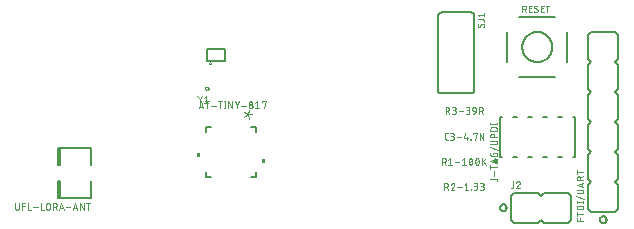
<source format=gbr>
G04 EAGLE Gerber RS-274X export*
G75*
%MOMM*%
%FSLAX34Y34*%
%LPD*%
%INSilkscreen Top*%
%IPPOS*%
%AMOC8*
5,1,8,0,0,1.08239X$1,22.5*%
G01*
%ADD10C,0.152400*%
%ADD11C,0.127000*%
%ADD12C,0.050800*%
%ADD13C,0.101600*%
%ADD14C,0.076200*%
%ADD15C,0.025400*%
%ADD16C,0.203200*%
%ADD17C,0.050000*%

G36*
X138813Y69090D02*
X138813Y69090D01*
X138815Y69089D01*
X138858Y69109D01*
X138902Y69127D01*
X138902Y69129D01*
X138904Y69130D01*
X138937Y69215D01*
X138937Y73025D01*
X138936Y73027D01*
X138937Y73029D01*
X138917Y73072D01*
X138899Y73116D01*
X138897Y73116D01*
X138896Y73118D01*
X138811Y73151D01*
X136271Y73151D01*
X136269Y73150D01*
X136267Y73151D01*
X136224Y73131D01*
X136180Y73113D01*
X136180Y73111D01*
X136178Y73110D01*
X136145Y73025D01*
X136145Y69215D01*
X136146Y69213D01*
X136145Y69211D01*
X136165Y69168D01*
X136183Y69124D01*
X136185Y69124D01*
X136186Y69122D01*
X136271Y69089D01*
X138811Y69089D01*
X138813Y69090D01*
G37*
G36*
X193931Y64010D02*
X193931Y64010D01*
X193933Y64009D01*
X193976Y64029D01*
X194020Y64047D01*
X194020Y64049D01*
X194022Y64050D01*
X194055Y64135D01*
X194055Y67945D01*
X194054Y67947D01*
X194055Y67949D01*
X194035Y67992D01*
X194017Y68036D01*
X194015Y68036D01*
X194014Y68038D01*
X193929Y68071D01*
X191389Y68071D01*
X191387Y68070D01*
X191385Y68071D01*
X191342Y68051D01*
X191298Y68033D01*
X191298Y68031D01*
X191296Y68030D01*
X191263Y67945D01*
X191263Y64135D01*
X191264Y64133D01*
X191263Y64131D01*
X191283Y64088D01*
X191301Y64044D01*
X191303Y64044D01*
X191304Y64042D01*
X191389Y64009D01*
X193929Y64009D01*
X193931Y64010D01*
G37*
D10*
X427180Y36740D02*
X429720Y39280D01*
X427180Y36740D02*
X424640Y39280D01*
X427180Y16420D02*
X429720Y13880D01*
X427180Y16420D02*
X424640Y13880D01*
X404320Y13880D01*
X401780Y16420D01*
X450040Y13880D02*
X452580Y16420D01*
X450040Y13880D02*
X429720Y13880D01*
X452580Y16420D02*
X452580Y36740D01*
X450040Y39280D01*
X429720Y39280D01*
X424640Y39280D02*
X404320Y39280D01*
X401780Y36740D01*
X401780Y16420D01*
D11*
X392590Y26580D02*
X392592Y26686D01*
X392598Y26792D01*
X392608Y26898D01*
X392622Y27003D01*
X392640Y27108D01*
X392661Y27212D01*
X392687Y27315D01*
X392716Y27417D01*
X392749Y27518D01*
X392786Y27618D01*
X392827Y27716D01*
X392871Y27812D01*
X392919Y27907D01*
X392970Y28000D01*
X393025Y28091D01*
X393083Y28180D01*
X393145Y28266D01*
X393210Y28351D01*
X393277Y28432D01*
X393348Y28512D01*
X393422Y28588D01*
X393498Y28662D01*
X393578Y28733D01*
X393659Y28800D01*
X393744Y28865D01*
X393830Y28927D01*
X393919Y28985D01*
X394010Y29040D01*
X394103Y29091D01*
X394198Y29139D01*
X394294Y29183D01*
X394392Y29224D01*
X394492Y29261D01*
X394593Y29294D01*
X394695Y29323D01*
X394798Y29349D01*
X394902Y29370D01*
X395007Y29388D01*
X395112Y29402D01*
X395218Y29412D01*
X395324Y29418D01*
X395430Y29420D01*
X395536Y29418D01*
X395642Y29412D01*
X395748Y29402D01*
X395853Y29388D01*
X395958Y29370D01*
X396062Y29349D01*
X396165Y29323D01*
X396267Y29294D01*
X396368Y29261D01*
X396468Y29224D01*
X396566Y29183D01*
X396662Y29139D01*
X396757Y29091D01*
X396850Y29040D01*
X396941Y28985D01*
X397030Y28927D01*
X397116Y28865D01*
X397201Y28800D01*
X397282Y28733D01*
X397362Y28662D01*
X397438Y28588D01*
X397512Y28512D01*
X397583Y28432D01*
X397650Y28351D01*
X397715Y28266D01*
X397777Y28180D01*
X397835Y28091D01*
X397890Y28000D01*
X397941Y27907D01*
X397989Y27812D01*
X398033Y27716D01*
X398074Y27618D01*
X398111Y27518D01*
X398144Y27417D01*
X398173Y27315D01*
X398199Y27212D01*
X398220Y27108D01*
X398238Y27003D01*
X398252Y26898D01*
X398262Y26792D01*
X398268Y26686D01*
X398270Y26580D01*
X398268Y26474D01*
X398262Y26368D01*
X398252Y26262D01*
X398238Y26157D01*
X398220Y26052D01*
X398199Y25948D01*
X398173Y25845D01*
X398144Y25743D01*
X398111Y25642D01*
X398074Y25542D01*
X398033Y25444D01*
X397989Y25348D01*
X397941Y25253D01*
X397890Y25160D01*
X397835Y25069D01*
X397777Y24980D01*
X397715Y24894D01*
X397650Y24809D01*
X397583Y24728D01*
X397512Y24648D01*
X397438Y24572D01*
X397362Y24498D01*
X397282Y24427D01*
X397201Y24360D01*
X397116Y24295D01*
X397030Y24233D01*
X396941Y24175D01*
X396850Y24120D01*
X396757Y24069D01*
X396662Y24021D01*
X396566Y23977D01*
X396468Y23936D01*
X396368Y23899D01*
X396267Y23866D01*
X396165Y23837D01*
X396062Y23811D01*
X395958Y23790D01*
X395853Y23772D01*
X395748Y23758D01*
X395642Y23748D01*
X395536Y23742D01*
X395430Y23740D01*
X395324Y23742D01*
X395218Y23748D01*
X395112Y23758D01*
X395007Y23772D01*
X394902Y23790D01*
X394798Y23811D01*
X394695Y23837D01*
X394593Y23866D01*
X394492Y23899D01*
X394392Y23936D01*
X394294Y23977D01*
X394198Y24021D01*
X394103Y24069D01*
X394010Y24120D01*
X393919Y24175D01*
X393830Y24233D01*
X393744Y24295D01*
X393659Y24360D01*
X393578Y24427D01*
X393498Y24498D01*
X393422Y24572D01*
X393348Y24648D01*
X393277Y24728D01*
X393210Y24809D01*
X393145Y24894D01*
X393083Y24980D01*
X393025Y25069D01*
X392970Y25160D01*
X392919Y25253D01*
X392871Y25348D01*
X392827Y25444D01*
X392786Y25542D01*
X392749Y25642D01*
X392716Y25743D01*
X392687Y25845D01*
X392661Y25948D01*
X392640Y26052D01*
X392622Y26157D01*
X392608Y26262D01*
X392598Y26368D01*
X392592Y26474D01*
X392590Y26580D01*
D12*
X403897Y44586D02*
X403897Y48932D01*
X403897Y44586D02*
X403895Y44516D01*
X403889Y44447D01*
X403879Y44378D01*
X403866Y44310D01*
X403848Y44242D01*
X403827Y44176D01*
X403802Y44111D01*
X403774Y44047D01*
X403742Y43985D01*
X403707Y43925D01*
X403668Y43867D01*
X403626Y43812D01*
X403581Y43758D01*
X403533Y43708D01*
X403483Y43660D01*
X403429Y43615D01*
X403374Y43573D01*
X403316Y43534D01*
X403256Y43499D01*
X403194Y43467D01*
X403130Y43439D01*
X403065Y43414D01*
X402999Y43393D01*
X402931Y43375D01*
X402863Y43362D01*
X402794Y43352D01*
X402725Y43346D01*
X402655Y43344D01*
X402034Y43344D01*
X408146Y48932D02*
X408219Y48930D01*
X408292Y48924D01*
X408365Y48915D01*
X408436Y48901D01*
X408508Y48884D01*
X408578Y48864D01*
X408647Y48839D01*
X408714Y48811D01*
X408780Y48780D01*
X408845Y48745D01*
X408907Y48707D01*
X408967Y48665D01*
X409025Y48621D01*
X409081Y48573D01*
X409134Y48523D01*
X409184Y48470D01*
X409232Y48414D01*
X409276Y48356D01*
X409318Y48296D01*
X409356Y48234D01*
X409391Y48169D01*
X409422Y48103D01*
X409450Y48036D01*
X409475Y47967D01*
X409495Y47897D01*
X409512Y47825D01*
X409526Y47754D01*
X409535Y47681D01*
X409541Y47608D01*
X409543Y47535D01*
X408146Y48932D02*
X408062Y48930D01*
X407979Y48924D01*
X407896Y48915D01*
X407814Y48901D01*
X407732Y48884D01*
X407651Y48862D01*
X407571Y48837D01*
X407493Y48809D01*
X407415Y48777D01*
X407340Y48741D01*
X407266Y48702D01*
X407194Y48659D01*
X407124Y48613D01*
X407057Y48564D01*
X406991Y48511D01*
X406929Y48456D01*
X406869Y48398D01*
X406811Y48337D01*
X406757Y48274D01*
X406705Y48208D01*
X406657Y48140D01*
X406612Y48069D01*
X406570Y47997D01*
X406532Y47922D01*
X406497Y47846D01*
X406466Y47769D01*
X406438Y47690D01*
X409077Y46449D02*
X409131Y46502D01*
X409182Y46559D01*
X409230Y46618D01*
X409275Y46679D01*
X409316Y46742D01*
X409355Y46808D01*
X409390Y46875D01*
X409422Y46944D01*
X409450Y47015D01*
X409474Y47086D01*
X409495Y47159D01*
X409512Y47233D01*
X409526Y47308D01*
X409535Y47383D01*
X409541Y47459D01*
X409543Y47535D01*
X409077Y46448D02*
X406439Y43344D01*
X409543Y43344D01*
X345540Y41668D02*
X345540Y47256D01*
X347092Y47256D01*
X347169Y47254D01*
X347247Y47248D01*
X347323Y47239D01*
X347400Y47225D01*
X347475Y47208D01*
X347549Y47187D01*
X347623Y47162D01*
X347695Y47134D01*
X347765Y47102D01*
X347834Y47067D01*
X347901Y47028D01*
X347966Y46986D01*
X348029Y46941D01*
X348090Y46893D01*
X348148Y46842D01*
X348203Y46788D01*
X348256Y46731D01*
X348305Y46672D01*
X348352Y46610D01*
X348396Y46546D01*
X348436Y46480D01*
X348473Y46412D01*
X348507Y46342D01*
X348537Y46271D01*
X348563Y46198D01*
X348586Y46124D01*
X348605Y46049D01*
X348620Y45974D01*
X348632Y45897D01*
X348640Y45820D01*
X348644Y45743D01*
X348644Y45665D01*
X348640Y45588D01*
X348632Y45511D01*
X348620Y45434D01*
X348605Y45359D01*
X348586Y45284D01*
X348563Y45210D01*
X348537Y45137D01*
X348507Y45066D01*
X348473Y44996D01*
X348436Y44928D01*
X348396Y44862D01*
X348352Y44798D01*
X348305Y44736D01*
X348256Y44677D01*
X348203Y44620D01*
X348148Y44566D01*
X348090Y44515D01*
X348029Y44467D01*
X347966Y44422D01*
X347901Y44380D01*
X347834Y44341D01*
X347765Y44306D01*
X347695Y44274D01*
X347623Y44246D01*
X347549Y44221D01*
X347475Y44200D01*
X347400Y44183D01*
X347323Y44169D01*
X347247Y44160D01*
X347169Y44154D01*
X347092Y44152D01*
X345540Y44152D01*
X347402Y44152D02*
X348644Y41668D01*
X354095Y45859D02*
X354093Y45932D01*
X354087Y46005D01*
X354078Y46078D01*
X354064Y46149D01*
X354047Y46221D01*
X354027Y46291D01*
X354002Y46360D01*
X353974Y46427D01*
X353943Y46493D01*
X353908Y46558D01*
X353870Y46620D01*
X353828Y46680D01*
X353784Y46738D01*
X353736Y46794D01*
X353686Y46847D01*
X353633Y46897D01*
X353577Y46945D01*
X353519Y46989D01*
X353459Y47031D01*
X353397Y47069D01*
X353332Y47104D01*
X353266Y47135D01*
X353199Y47163D01*
X353130Y47188D01*
X353060Y47208D01*
X352988Y47225D01*
X352917Y47239D01*
X352844Y47248D01*
X352771Y47254D01*
X352698Y47256D01*
X352614Y47254D01*
X352531Y47248D01*
X352448Y47239D01*
X352366Y47225D01*
X352284Y47208D01*
X352203Y47186D01*
X352123Y47161D01*
X352045Y47133D01*
X351967Y47101D01*
X351892Y47065D01*
X351818Y47026D01*
X351746Y46983D01*
X351676Y46937D01*
X351609Y46888D01*
X351543Y46835D01*
X351481Y46780D01*
X351421Y46722D01*
X351363Y46661D01*
X351309Y46598D01*
X351257Y46532D01*
X351209Y46464D01*
X351164Y46393D01*
X351122Y46321D01*
X351084Y46246D01*
X351049Y46170D01*
X351018Y46093D01*
X350990Y46014D01*
X353628Y44773D02*
X353682Y44826D01*
X353733Y44883D01*
X353781Y44942D01*
X353826Y45003D01*
X353867Y45066D01*
X353906Y45132D01*
X353941Y45199D01*
X353973Y45268D01*
X354001Y45339D01*
X354025Y45410D01*
X354046Y45483D01*
X354063Y45557D01*
X354077Y45632D01*
X354086Y45707D01*
X354092Y45783D01*
X354094Y45859D01*
X353629Y44772D02*
X350990Y41668D01*
X354095Y41668D01*
X356532Y43841D02*
X360257Y43841D01*
X362694Y46014D02*
X364247Y47256D01*
X364247Y41668D01*
X365799Y41668D02*
X362694Y41668D01*
X367932Y41668D02*
X367932Y41978D01*
X368242Y41978D01*
X368242Y41668D01*
X367932Y41668D01*
X370375Y41668D02*
X371927Y41668D01*
X372004Y41670D01*
X372082Y41676D01*
X372158Y41685D01*
X372235Y41699D01*
X372310Y41716D01*
X372384Y41737D01*
X372458Y41762D01*
X372530Y41790D01*
X372600Y41822D01*
X372669Y41857D01*
X372736Y41896D01*
X372801Y41938D01*
X372864Y41983D01*
X372925Y42031D01*
X372983Y42082D01*
X373038Y42136D01*
X373091Y42193D01*
X373140Y42252D01*
X373187Y42314D01*
X373231Y42378D01*
X373271Y42444D01*
X373308Y42512D01*
X373342Y42582D01*
X373372Y42653D01*
X373398Y42726D01*
X373421Y42800D01*
X373440Y42875D01*
X373455Y42950D01*
X373467Y43027D01*
X373475Y43104D01*
X373479Y43181D01*
X373479Y43259D01*
X373475Y43336D01*
X373467Y43413D01*
X373455Y43490D01*
X373440Y43565D01*
X373421Y43640D01*
X373398Y43714D01*
X373372Y43787D01*
X373342Y43858D01*
X373308Y43928D01*
X373271Y43996D01*
X373231Y44062D01*
X373187Y44126D01*
X373140Y44188D01*
X373091Y44247D01*
X373038Y44304D01*
X372983Y44358D01*
X372925Y44409D01*
X372864Y44457D01*
X372801Y44502D01*
X372736Y44544D01*
X372669Y44583D01*
X372600Y44618D01*
X372530Y44650D01*
X372458Y44678D01*
X372384Y44703D01*
X372310Y44724D01*
X372235Y44741D01*
X372158Y44755D01*
X372082Y44764D01*
X372004Y44770D01*
X371927Y44772D01*
X372238Y47256D02*
X370375Y47256D01*
X372238Y47256D02*
X372308Y47254D01*
X372377Y47248D01*
X372446Y47238D01*
X372514Y47225D01*
X372582Y47207D01*
X372648Y47186D01*
X372713Y47161D01*
X372777Y47133D01*
X372839Y47101D01*
X372899Y47066D01*
X372957Y47027D01*
X373012Y46985D01*
X373066Y46940D01*
X373116Y46892D01*
X373164Y46842D01*
X373209Y46788D01*
X373251Y46733D01*
X373290Y46675D01*
X373325Y46615D01*
X373357Y46553D01*
X373385Y46489D01*
X373410Y46424D01*
X373431Y46358D01*
X373449Y46290D01*
X373462Y46222D01*
X373472Y46153D01*
X373478Y46084D01*
X373480Y46014D01*
X373478Y45944D01*
X373472Y45875D01*
X373462Y45806D01*
X373449Y45738D01*
X373431Y45670D01*
X373410Y45604D01*
X373385Y45539D01*
X373357Y45475D01*
X373325Y45413D01*
X373290Y45353D01*
X373251Y45295D01*
X373209Y45240D01*
X373164Y45186D01*
X373116Y45136D01*
X373066Y45088D01*
X373012Y45043D01*
X372957Y45001D01*
X372899Y44962D01*
X372839Y44927D01*
X372777Y44895D01*
X372713Y44867D01*
X372648Y44842D01*
X372582Y44821D01*
X372514Y44803D01*
X372446Y44790D01*
X372377Y44780D01*
X372308Y44774D01*
X372238Y44772D01*
X370996Y44772D01*
X375862Y41668D02*
X377414Y41668D01*
X377491Y41670D01*
X377569Y41676D01*
X377645Y41685D01*
X377722Y41699D01*
X377797Y41716D01*
X377871Y41737D01*
X377945Y41762D01*
X378017Y41790D01*
X378087Y41822D01*
X378156Y41857D01*
X378223Y41896D01*
X378288Y41938D01*
X378351Y41983D01*
X378412Y42031D01*
X378470Y42082D01*
X378525Y42136D01*
X378578Y42193D01*
X378627Y42252D01*
X378674Y42314D01*
X378718Y42378D01*
X378758Y42444D01*
X378795Y42512D01*
X378829Y42582D01*
X378859Y42653D01*
X378885Y42726D01*
X378908Y42800D01*
X378927Y42875D01*
X378942Y42950D01*
X378954Y43027D01*
X378962Y43104D01*
X378966Y43181D01*
X378966Y43259D01*
X378962Y43336D01*
X378954Y43413D01*
X378942Y43490D01*
X378927Y43565D01*
X378908Y43640D01*
X378885Y43714D01*
X378859Y43787D01*
X378829Y43858D01*
X378795Y43928D01*
X378758Y43996D01*
X378718Y44062D01*
X378674Y44126D01*
X378627Y44188D01*
X378578Y44247D01*
X378525Y44304D01*
X378470Y44358D01*
X378412Y44409D01*
X378351Y44457D01*
X378288Y44502D01*
X378223Y44544D01*
X378156Y44583D01*
X378087Y44618D01*
X378017Y44650D01*
X377945Y44678D01*
X377871Y44703D01*
X377797Y44724D01*
X377722Y44741D01*
X377645Y44755D01*
X377569Y44764D01*
X377491Y44770D01*
X377414Y44772D01*
X377724Y47256D02*
X375862Y47256D01*
X377724Y47256D02*
X377794Y47254D01*
X377863Y47248D01*
X377932Y47238D01*
X378000Y47225D01*
X378068Y47207D01*
X378134Y47186D01*
X378199Y47161D01*
X378263Y47133D01*
X378325Y47101D01*
X378385Y47066D01*
X378443Y47027D01*
X378498Y46985D01*
X378552Y46940D01*
X378602Y46892D01*
X378650Y46842D01*
X378695Y46788D01*
X378737Y46733D01*
X378776Y46675D01*
X378811Y46615D01*
X378843Y46553D01*
X378871Y46489D01*
X378896Y46424D01*
X378917Y46358D01*
X378935Y46290D01*
X378948Y46222D01*
X378958Y46153D01*
X378964Y46084D01*
X378966Y46014D01*
X378964Y45944D01*
X378958Y45875D01*
X378948Y45806D01*
X378935Y45738D01*
X378917Y45670D01*
X378896Y45604D01*
X378871Y45539D01*
X378843Y45475D01*
X378811Y45413D01*
X378776Y45353D01*
X378737Y45295D01*
X378695Y45240D01*
X378650Y45186D01*
X378602Y45136D01*
X378552Y45088D01*
X378498Y45043D01*
X378443Y45001D01*
X378385Y44962D01*
X378325Y44927D01*
X378263Y44895D01*
X378199Y44867D01*
X378134Y44842D01*
X378068Y44821D01*
X378000Y44803D01*
X377932Y44790D01*
X377863Y44780D01*
X377794Y44774D01*
X377724Y44772D01*
X376482Y44772D01*
D11*
X159940Y150570D02*
X144540Y150570D01*
X159940Y150570D02*
X159940Y161070D01*
X144540Y161070D01*
X144540Y150570D01*
D13*
X147240Y150320D02*
X148240Y148320D01*
X146240Y148320D01*
X147240Y150320D01*
D10*
X144018Y94742D02*
X144018Y90678D01*
X144018Y52578D02*
X148082Y52578D01*
X186182Y52578D02*
X186182Y56642D01*
X186182Y94742D02*
X182118Y94742D01*
X148082Y94742D02*
X144018Y94742D01*
X144018Y56642D02*
X144018Y52578D01*
X182118Y52578D02*
X186182Y52578D01*
X186182Y90678D02*
X186182Y94742D01*
D14*
X182993Y105445D02*
X179014Y105445D01*
X176029Y103124D01*
X179014Y105445D02*
X176029Y107767D01*
X179014Y105445D02*
X180340Y101798D01*
X179014Y105445D02*
X180340Y109093D01*
D15*
X139488Y116459D02*
X137541Y110617D01*
X141436Y110617D02*
X139488Y116459D01*
X138028Y112078D02*
X140949Y112078D01*
X144609Y110617D02*
X144609Y116459D01*
X142986Y116459D02*
X146232Y116459D01*
X148148Y112889D02*
X152043Y112889D01*
X155582Y110617D02*
X155582Y116459D01*
X157204Y116459D02*
X153959Y116459D01*
X159605Y116459D02*
X159605Y110617D01*
X158956Y110617D02*
X160254Y110617D01*
X160254Y116459D02*
X158956Y116459D01*
X162554Y116459D02*
X162554Y110617D01*
X165800Y110617D02*
X162554Y116459D01*
X165800Y116459D02*
X165800Y110617D01*
X169846Y113700D02*
X167899Y116459D01*
X169846Y113700D02*
X171794Y116459D01*
X169846Y113700D02*
X169846Y110617D01*
X173751Y112889D02*
X177646Y112889D01*
X179928Y112240D02*
X179930Y112320D01*
X179936Y112399D01*
X179946Y112478D01*
X179959Y112557D01*
X179977Y112634D01*
X179998Y112711D01*
X180023Y112787D01*
X180052Y112861D01*
X180084Y112934D01*
X180120Y113005D01*
X180159Y113074D01*
X180202Y113142D01*
X180247Y113207D01*
X180296Y113270D01*
X180348Y113330D01*
X180403Y113388D01*
X180461Y113443D01*
X180521Y113495D01*
X180584Y113544D01*
X180649Y113589D01*
X180717Y113632D01*
X180786Y113671D01*
X180857Y113707D01*
X180930Y113739D01*
X181004Y113768D01*
X181080Y113793D01*
X181157Y113814D01*
X181234Y113832D01*
X181313Y113845D01*
X181392Y113855D01*
X181471Y113861D01*
X181551Y113863D01*
X181631Y113861D01*
X181710Y113855D01*
X181789Y113845D01*
X181868Y113832D01*
X181945Y113814D01*
X182022Y113793D01*
X182098Y113768D01*
X182172Y113739D01*
X182245Y113707D01*
X182316Y113671D01*
X182385Y113632D01*
X182453Y113589D01*
X182518Y113544D01*
X182581Y113495D01*
X182641Y113443D01*
X182699Y113388D01*
X182754Y113330D01*
X182806Y113270D01*
X182855Y113207D01*
X182900Y113142D01*
X182943Y113074D01*
X182982Y113005D01*
X183018Y112934D01*
X183050Y112861D01*
X183079Y112787D01*
X183104Y112711D01*
X183125Y112634D01*
X183143Y112557D01*
X183156Y112478D01*
X183166Y112399D01*
X183172Y112320D01*
X183174Y112240D01*
X183172Y112160D01*
X183166Y112081D01*
X183156Y112002D01*
X183143Y111923D01*
X183125Y111846D01*
X183104Y111769D01*
X183079Y111693D01*
X183050Y111619D01*
X183018Y111546D01*
X182982Y111475D01*
X182943Y111406D01*
X182900Y111338D01*
X182855Y111273D01*
X182806Y111210D01*
X182754Y111150D01*
X182699Y111092D01*
X182641Y111037D01*
X182581Y110985D01*
X182518Y110936D01*
X182453Y110891D01*
X182385Y110848D01*
X182316Y110809D01*
X182245Y110773D01*
X182172Y110741D01*
X182098Y110712D01*
X182022Y110687D01*
X181945Y110666D01*
X181868Y110648D01*
X181789Y110635D01*
X181710Y110625D01*
X181631Y110619D01*
X181551Y110617D01*
X181471Y110619D01*
X181392Y110625D01*
X181313Y110635D01*
X181234Y110648D01*
X181157Y110666D01*
X181080Y110687D01*
X181004Y110712D01*
X180930Y110741D01*
X180857Y110773D01*
X180786Y110809D01*
X180717Y110848D01*
X180649Y110891D01*
X180584Y110936D01*
X180521Y110985D01*
X180461Y111037D01*
X180403Y111092D01*
X180348Y111150D01*
X180296Y111210D01*
X180247Y111273D01*
X180202Y111338D01*
X180159Y111406D01*
X180120Y111475D01*
X180084Y111546D01*
X180052Y111619D01*
X180023Y111693D01*
X179998Y111769D01*
X179977Y111846D01*
X179959Y111923D01*
X179946Y112002D01*
X179936Y112081D01*
X179930Y112160D01*
X179928Y112240D01*
X180253Y115161D02*
X180255Y115231D01*
X180261Y115301D01*
X180270Y115371D01*
X180283Y115440D01*
X180300Y115508D01*
X180321Y115575D01*
X180345Y115641D01*
X180373Y115706D01*
X180404Y115769D01*
X180439Y115830D01*
X180477Y115889D01*
X180518Y115947D01*
X180562Y116001D01*
X180609Y116054D01*
X180658Y116103D01*
X180711Y116150D01*
X180765Y116194D01*
X180823Y116235D01*
X180882Y116273D01*
X180943Y116308D01*
X181006Y116339D01*
X181071Y116367D01*
X181137Y116391D01*
X181204Y116412D01*
X181272Y116429D01*
X181341Y116442D01*
X181411Y116451D01*
X181481Y116457D01*
X181551Y116459D01*
X181621Y116457D01*
X181691Y116451D01*
X181761Y116442D01*
X181830Y116429D01*
X181898Y116412D01*
X181965Y116391D01*
X182031Y116367D01*
X182096Y116339D01*
X182159Y116308D01*
X182220Y116273D01*
X182279Y116235D01*
X182337Y116194D01*
X182391Y116150D01*
X182444Y116103D01*
X182493Y116054D01*
X182540Y116001D01*
X182584Y115947D01*
X182625Y115889D01*
X182663Y115830D01*
X182698Y115769D01*
X182729Y115706D01*
X182757Y115641D01*
X182781Y115575D01*
X182802Y115508D01*
X182819Y115440D01*
X182832Y115371D01*
X182841Y115301D01*
X182847Y115231D01*
X182849Y115161D01*
X182847Y115091D01*
X182841Y115021D01*
X182832Y114951D01*
X182819Y114882D01*
X182802Y114814D01*
X182781Y114747D01*
X182757Y114681D01*
X182729Y114616D01*
X182698Y114553D01*
X182663Y114492D01*
X182625Y114433D01*
X182584Y114375D01*
X182540Y114321D01*
X182493Y114268D01*
X182444Y114219D01*
X182391Y114172D01*
X182337Y114128D01*
X182279Y114087D01*
X182220Y114049D01*
X182159Y114014D01*
X182096Y113983D01*
X182031Y113955D01*
X181965Y113931D01*
X181898Y113910D01*
X181830Y113893D01*
X181761Y113880D01*
X181691Y113871D01*
X181621Y113865D01*
X181551Y113863D01*
X181481Y113865D01*
X181411Y113871D01*
X181341Y113880D01*
X181272Y113893D01*
X181204Y113910D01*
X181137Y113931D01*
X181071Y113955D01*
X181006Y113983D01*
X180943Y114014D01*
X180882Y114049D01*
X180823Y114087D01*
X180765Y114128D01*
X180711Y114172D01*
X180658Y114219D01*
X180609Y114268D01*
X180562Y114321D01*
X180518Y114375D01*
X180477Y114433D01*
X180439Y114492D01*
X180404Y114553D01*
X180373Y114616D01*
X180345Y114681D01*
X180321Y114747D01*
X180300Y114814D01*
X180283Y114882D01*
X180270Y114951D01*
X180261Y115021D01*
X180255Y115091D01*
X180253Y115161D01*
X185414Y115161D02*
X187037Y116459D01*
X187037Y110617D01*
X185414Y110617D02*
X188660Y110617D01*
X190900Y115810D02*
X190900Y116459D01*
X194146Y116459D01*
X192523Y110617D01*
D10*
X467360Y101600D02*
X469900Y99060D01*
X467360Y96520D01*
X490220Y99060D02*
X492760Y101600D01*
X490220Y99060D02*
X492760Y96520D01*
X492760Y76200D01*
X490220Y73660D01*
X492760Y121920D02*
X490220Y124460D01*
X492760Y121920D02*
X492760Y101600D01*
X469900Y124460D02*
X467360Y121920D01*
X467360Y101600D01*
X467360Y96520D02*
X467360Y76200D01*
X469900Y73660D01*
X467360Y50800D02*
X469900Y48260D01*
X467360Y45720D01*
X490220Y48260D02*
X492760Y50800D01*
X490220Y48260D02*
X492760Y45720D01*
X492760Y25400D01*
X490220Y22860D01*
X492760Y71120D02*
X490220Y73660D01*
X492760Y71120D02*
X492760Y50800D01*
X469900Y73660D02*
X467360Y71120D01*
X467360Y50800D01*
X467360Y45720D02*
X467360Y25400D01*
X469900Y22860D01*
X490220Y22860D01*
X469900Y149860D02*
X467360Y152400D01*
X469900Y149860D02*
X467360Y147320D01*
X490220Y149860D02*
X492760Y152400D01*
X490220Y149860D02*
X492760Y147320D01*
X492760Y127000D01*
X490220Y124460D01*
X492760Y172720D02*
X490220Y175260D01*
X492760Y172720D02*
X492760Y152400D01*
X490220Y175260D02*
X469900Y175260D01*
X467360Y172720D01*
X467360Y152400D01*
X467360Y147320D02*
X467360Y127000D01*
X469900Y124460D01*
D11*
X477220Y16510D02*
X477222Y16616D01*
X477228Y16722D01*
X477238Y16828D01*
X477252Y16933D01*
X477270Y17038D01*
X477291Y17142D01*
X477317Y17245D01*
X477346Y17347D01*
X477379Y17448D01*
X477416Y17548D01*
X477457Y17646D01*
X477501Y17742D01*
X477549Y17837D01*
X477600Y17930D01*
X477655Y18021D01*
X477713Y18110D01*
X477775Y18196D01*
X477840Y18281D01*
X477907Y18362D01*
X477978Y18442D01*
X478052Y18518D01*
X478128Y18592D01*
X478208Y18663D01*
X478289Y18730D01*
X478374Y18795D01*
X478460Y18857D01*
X478549Y18915D01*
X478640Y18970D01*
X478733Y19021D01*
X478828Y19069D01*
X478924Y19113D01*
X479022Y19154D01*
X479122Y19191D01*
X479223Y19224D01*
X479325Y19253D01*
X479428Y19279D01*
X479532Y19300D01*
X479637Y19318D01*
X479742Y19332D01*
X479848Y19342D01*
X479954Y19348D01*
X480060Y19350D01*
X480166Y19348D01*
X480272Y19342D01*
X480378Y19332D01*
X480483Y19318D01*
X480588Y19300D01*
X480692Y19279D01*
X480795Y19253D01*
X480897Y19224D01*
X480998Y19191D01*
X481098Y19154D01*
X481196Y19113D01*
X481292Y19069D01*
X481387Y19021D01*
X481480Y18970D01*
X481571Y18915D01*
X481660Y18857D01*
X481746Y18795D01*
X481831Y18730D01*
X481912Y18663D01*
X481992Y18592D01*
X482068Y18518D01*
X482142Y18442D01*
X482213Y18362D01*
X482280Y18281D01*
X482345Y18196D01*
X482407Y18110D01*
X482465Y18021D01*
X482520Y17930D01*
X482571Y17837D01*
X482619Y17742D01*
X482663Y17646D01*
X482704Y17548D01*
X482741Y17448D01*
X482774Y17347D01*
X482803Y17245D01*
X482829Y17142D01*
X482850Y17038D01*
X482868Y16933D01*
X482882Y16828D01*
X482892Y16722D01*
X482898Y16616D01*
X482900Y16510D01*
X482898Y16404D01*
X482892Y16298D01*
X482882Y16192D01*
X482868Y16087D01*
X482850Y15982D01*
X482829Y15878D01*
X482803Y15775D01*
X482774Y15673D01*
X482741Y15572D01*
X482704Y15472D01*
X482663Y15374D01*
X482619Y15278D01*
X482571Y15183D01*
X482520Y15090D01*
X482465Y14999D01*
X482407Y14910D01*
X482345Y14824D01*
X482280Y14739D01*
X482213Y14658D01*
X482142Y14578D01*
X482068Y14502D01*
X481992Y14428D01*
X481912Y14357D01*
X481831Y14290D01*
X481746Y14225D01*
X481660Y14163D01*
X481571Y14105D01*
X481480Y14050D01*
X481387Y13999D01*
X481292Y13951D01*
X481196Y13907D01*
X481098Y13866D01*
X480998Y13829D01*
X480897Y13796D01*
X480795Y13767D01*
X480692Y13741D01*
X480588Y13720D01*
X480483Y13702D01*
X480378Y13688D01*
X480272Y13678D01*
X480166Y13672D01*
X480060Y13670D01*
X479954Y13672D01*
X479848Y13678D01*
X479742Y13688D01*
X479637Y13702D01*
X479532Y13720D01*
X479428Y13741D01*
X479325Y13767D01*
X479223Y13796D01*
X479122Y13829D01*
X479022Y13866D01*
X478924Y13907D01*
X478828Y13951D01*
X478733Y13999D01*
X478640Y14050D01*
X478549Y14105D01*
X478460Y14163D01*
X478374Y14225D01*
X478289Y14290D01*
X478208Y14357D01*
X478128Y14428D01*
X478052Y14502D01*
X477978Y14578D01*
X477907Y14658D01*
X477840Y14739D01*
X477775Y14824D01*
X477713Y14910D01*
X477655Y14999D01*
X477600Y15090D01*
X477549Y15183D01*
X477501Y15278D01*
X477457Y15374D01*
X477416Y15472D01*
X477379Y15572D01*
X477346Y15673D01*
X477317Y15775D01*
X477291Y15878D01*
X477270Y15982D01*
X477252Y16087D01*
X477238Y16192D01*
X477228Y16298D01*
X477222Y16404D01*
X477220Y16510D01*
D12*
X463296Y15494D02*
X457708Y15494D01*
X457708Y17978D01*
X460192Y17978D02*
X460192Y15494D01*
X457708Y21241D02*
X463296Y21241D01*
X457708Y19689D02*
X457708Y22794D01*
X457708Y24993D02*
X463296Y24993D01*
X457708Y24993D02*
X457708Y26545D01*
X457710Y26621D01*
X457715Y26697D01*
X457725Y26773D01*
X457738Y26848D01*
X457755Y26922D01*
X457775Y26996D01*
X457799Y27068D01*
X457826Y27139D01*
X457857Y27209D01*
X457891Y27277D01*
X457929Y27343D01*
X457970Y27407D01*
X458013Y27470D01*
X458060Y27530D01*
X458110Y27587D01*
X458163Y27642D01*
X458218Y27695D01*
X458275Y27745D01*
X458335Y27792D01*
X458398Y27835D01*
X458462Y27876D01*
X458528Y27914D01*
X458596Y27948D01*
X458666Y27979D01*
X458737Y28006D01*
X458810Y28030D01*
X458883Y28050D01*
X458957Y28067D01*
X459032Y28080D01*
X459108Y28090D01*
X459184Y28095D01*
X459260Y28097D01*
X461744Y28097D01*
X461820Y28095D01*
X461896Y28090D01*
X461972Y28080D01*
X462047Y28067D01*
X462121Y28050D01*
X462195Y28030D01*
X462267Y28006D01*
X462338Y27979D01*
X462408Y27948D01*
X462476Y27914D01*
X462542Y27876D01*
X462606Y27835D01*
X462669Y27792D01*
X462729Y27745D01*
X462786Y27695D01*
X462841Y27642D01*
X462894Y27587D01*
X462944Y27530D01*
X462991Y27470D01*
X463034Y27407D01*
X463075Y27343D01*
X463113Y27277D01*
X463147Y27209D01*
X463178Y27139D01*
X463205Y27068D01*
X463229Y26996D01*
X463249Y26922D01*
X463266Y26848D01*
X463279Y26773D01*
X463289Y26697D01*
X463294Y26621D01*
X463296Y26545D01*
X463296Y24993D01*
X463296Y31117D02*
X457708Y31117D01*
X463296Y30496D02*
X463296Y31738D01*
X457708Y31738D02*
X457708Y30496D01*
X457087Y36199D02*
X463917Y33716D01*
X461744Y38526D02*
X457708Y38526D01*
X461744Y38526D02*
X461821Y38528D01*
X461899Y38534D01*
X461975Y38543D01*
X462052Y38557D01*
X462127Y38574D01*
X462201Y38595D01*
X462275Y38620D01*
X462347Y38648D01*
X462417Y38680D01*
X462486Y38715D01*
X462553Y38754D01*
X462618Y38796D01*
X462681Y38841D01*
X462742Y38889D01*
X462800Y38940D01*
X462855Y38994D01*
X462908Y39051D01*
X462957Y39110D01*
X463004Y39172D01*
X463048Y39236D01*
X463088Y39302D01*
X463125Y39370D01*
X463159Y39440D01*
X463189Y39511D01*
X463215Y39584D01*
X463238Y39658D01*
X463257Y39733D01*
X463272Y39808D01*
X463284Y39885D01*
X463292Y39962D01*
X463296Y40039D01*
X463296Y40117D01*
X463292Y40194D01*
X463284Y40271D01*
X463272Y40348D01*
X463257Y40423D01*
X463238Y40498D01*
X463215Y40572D01*
X463189Y40645D01*
X463159Y40716D01*
X463125Y40786D01*
X463088Y40854D01*
X463048Y40920D01*
X463004Y40984D01*
X462957Y41046D01*
X462908Y41105D01*
X462855Y41162D01*
X462800Y41216D01*
X462742Y41267D01*
X462681Y41315D01*
X462618Y41360D01*
X462553Y41402D01*
X462486Y41441D01*
X462417Y41476D01*
X462347Y41508D01*
X462275Y41536D01*
X462201Y41561D01*
X462127Y41582D01*
X462052Y41599D01*
X461975Y41613D01*
X461899Y41622D01*
X461821Y41628D01*
X461744Y41630D01*
X457708Y41630D01*
X457708Y45747D02*
X463296Y43884D01*
X463296Y47610D02*
X457708Y45747D01*
X461899Y47144D02*
X461899Y44350D01*
X463296Y49900D02*
X457708Y49900D01*
X457708Y51452D01*
X457710Y51529D01*
X457716Y51607D01*
X457725Y51683D01*
X457739Y51760D01*
X457756Y51835D01*
X457777Y51909D01*
X457802Y51983D01*
X457830Y52055D01*
X457862Y52125D01*
X457897Y52194D01*
X457936Y52261D01*
X457978Y52326D01*
X458023Y52389D01*
X458071Y52450D01*
X458122Y52508D01*
X458176Y52563D01*
X458233Y52616D01*
X458292Y52665D01*
X458354Y52712D01*
X458418Y52756D01*
X458484Y52796D01*
X458552Y52833D01*
X458622Y52867D01*
X458693Y52897D01*
X458766Y52923D01*
X458840Y52946D01*
X458915Y52965D01*
X458990Y52980D01*
X459067Y52992D01*
X459144Y53000D01*
X459221Y53004D01*
X459299Y53004D01*
X459376Y53000D01*
X459453Y52992D01*
X459530Y52980D01*
X459605Y52965D01*
X459680Y52946D01*
X459754Y52923D01*
X459827Y52897D01*
X459898Y52867D01*
X459968Y52833D01*
X460036Y52796D01*
X460102Y52756D01*
X460166Y52712D01*
X460228Y52665D01*
X460287Y52616D01*
X460344Y52563D01*
X460398Y52508D01*
X460449Y52450D01*
X460497Y52389D01*
X460542Y52326D01*
X460584Y52261D01*
X460623Y52194D01*
X460658Y52125D01*
X460690Y52055D01*
X460718Y51983D01*
X460743Y51909D01*
X460764Y51835D01*
X460781Y51760D01*
X460795Y51683D01*
X460804Y51607D01*
X460810Y51529D01*
X460812Y51452D01*
X460812Y49900D01*
X460812Y51763D02*
X463296Y53005D01*
X463296Y56537D02*
X457708Y56537D01*
X457708Y54985D02*
X457708Y58089D01*
D16*
X392430Y69215D02*
X392430Y103505D01*
X393954Y103505D01*
X454406Y103505D02*
X455930Y103505D01*
X455930Y69215D01*
X454406Y69215D01*
X393954Y69215D02*
X392430Y69215D01*
X403606Y103505D02*
X406654Y103505D01*
X416306Y103505D02*
X419354Y103505D01*
X429006Y103505D02*
X432054Y103505D01*
X441706Y103505D02*
X444754Y103505D01*
X444754Y69215D02*
X441706Y69215D01*
X432054Y69215D02*
X429006Y69215D01*
X419354Y69215D02*
X416306Y69215D01*
X406654Y69215D02*
X403606Y69215D01*
D11*
X387350Y66040D02*
X387352Y66111D01*
X387358Y66182D01*
X387368Y66253D01*
X387382Y66323D01*
X387400Y66392D01*
X387421Y66459D01*
X387447Y66526D01*
X387476Y66591D01*
X387508Y66654D01*
X387545Y66716D01*
X387584Y66775D01*
X387627Y66832D01*
X387673Y66886D01*
X387722Y66938D01*
X387774Y66987D01*
X387828Y67033D01*
X387885Y67076D01*
X387944Y67115D01*
X388006Y67152D01*
X388069Y67184D01*
X388134Y67213D01*
X388201Y67239D01*
X388268Y67260D01*
X388337Y67278D01*
X388407Y67292D01*
X388478Y67302D01*
X388549Y67308D01*
X388620Y67310D01*
X388691Y67308D01*
X388762Y67302D01*
X388833Y67292D01*
X388903Y67278D01*
X388972Y67260D01*
X389039Y67239D01*
X389106Y67213D01*
X389171Y67184D01*
X389234Y67152D01*
X389296Y67115D01*
X389355Y67076D01*
X389412Y67033D01*
X389466Y66987D01*
X389518Y66938D01*
X389567Y66886D01*
X389613Y66832D01*
X389656Y66775D01*
X389695Y66716D01*
X389732Y66654D01*
X389764Y66591D01*
X389793Y66526D01*
X389819Y66459D01*
X389840Y66392D01*
X389858Y66323D01*
X389872Y66253D01*
X389882Y66182D01*
X389888Y66111D01*
X389890Y66040D01*
X389888Y65969D01*
X389882Y65898D01*
X389872Y65827D01*
X389858Y65757D01*
X389840Y65688D01*
X389819Y65621D01*
X389793Y65554D01*
X389764Y65489D01*
X389732Y65426D01*
X389695Y65364D01*
X389656Y65305D01*
X389613Y65248D01*
X389567Y65194D01*
X389518Y65142D01*
X389466Y65093D01*
X389412Y65047D01*
X389355Y65004D01*
X389296Y64965D01*
X389234Y64928D01*
X389171Y64896D01*
X389106Y64867D01*
X389039Y64841D01*
X388972Y64820D01*
X388903Y64802D01*
X388833Y64788D01*
X388762Y64778D01*
X388691Y64772D01*
X388620Y64770D01*
X388549Y64772D01*
X388478Y64778D01*
X388407Y64788D01*
X388337Y64802D01*
X388268Y64820D01*
X388201Y64841D01*
X388134Y64867D01*
X388069Y64896D01*
X388006Y64928D01*
X387944Y64965D01*
X387885Y65004D01*
X387828Y65047D01*
X387774Y65093D01*
X387722Y65142D01*
X387673Y65194D01*
X387627Y65248D01*
X387584Y65305D01*
X387545Y65364D01*
X387508Y65426D01*
X387476Y65489D01*
X387447Y65554D01*
X387421Y65621D01*
X387400Y65688D01*
X387382Y65757D01*
X387368Y65827D01*
X387358Y65898D01*
X387352Y65969D01*
X387350Y66040D01*
D12*
X388902Y50789D02*
X384556Y50789D01*
X388902Y50789D02*
X388972Y50787D01*
X389041Y50781D01*
X389110Y50771D01*
X389178Y50758D01*
X389246Y50740D01*
X389312Y50719D01*
X389377Y50694D01*
X389441Y50666D01*
X389503Y50634D01*
X389563Y50599D01*
X389621Y50560D01*
X389676Y50518D01*
X389730Y50473D01*
X389780Y50425D01*
X389828Y50375D01*
X389873Y50321D01*
X389915Y50266D01*
X389954Y50208D01*
X389989Y50148D01*
X390021Y50086D01*
X390049Y50022D01*
X390074Y49957D01*
X390095Y49891D01*
X390113Y49823D01*
X390126Y49755D01*
X390136Y49686D01*
X390142Y49617D01*
X390144Y49547D01*
X390144Y48927D01*
X387971Y53387D02*
X387971Y57112D01*
X390144Y60736D02*
X384556Y60736D01*
X384556Y62288D02*
X384556Y59183D01*
X384556Y65856D02*
X390144Y63994D01*
X390144Y67719D02*
X384556Y65856D01*
X388747Y67253D02*
X388747Y64459D01*
X387040Y72146D02*
X387040Y73078D01*
X390144Y73078D01*
X390144Y71215D01*
X390142Y71145D01*
X390136Y71076D01*
X390126Y71007D01*
X390113Y70939D01*
X390095Y70871D01*
X390074Y70805D01*
X390049Y70740D01*
X390021Y70676D01*
X389989Y70614D01*
X389954Y70554D01*
X389915Y70496D01*
X389873Y70441D01*
X389828Y70387D01*
X389780Y70337D01*
X389730Y70289D01*
X389676Y70244D01*
X389621Y70202D01*
X389563Y70163D01*
X389503Y70128D01*
X389441Y70096D01*
X389377Y70068D01*
X389312Y70043D01*
X389246Y70022D01*
X389178Y70004D01*
X389110Y69991D01*
X389041Y69981D01*
X388972Y69975D01*
X388902Y69973D01*
X385798Y69973D01*
X385728Y69975D01*
X385659Y69981D01*
X385590Y69991D01*
X385522Y70004D01*
X385454Y70022D01*
X385388Y70043D01*
X385323Y70068D01*
X385259Y70096D01*
X385197Y70128D01*
X385137Y70163D01*
X385079Y70202D01*
X385024Y70244D01*
X384970Y70289D01*
X384920Y70337D01*
X384872Y70387D01*
X384827Y70441D01*
X384785Y70496D01*
X384746Y70554D01*
X384711Y70614D01*
X384679Y70676D01*
X384651Y70740D01*
X384626Y70805D01*
X384605Y70871D01*
X384587Y70939D01*
X384574Y71007D01*
X384564Y71076D01*
X384558Y71145D01*
X384556Y71215D01*
X384556Y73078D01*
X383935Y77888D02*
X390765Y75404D01*
X388592Y80214D02*
X384556Y80214D01*
X388592Y80215D02*
X388669Y80217D01*
X388747Y80223D01*
X388823Y80232D01*
X388900Y80246D01*
X388975Y80263D01*
X389049Y80284D01*
X389123Y80309D01*
X389195Y80337D01*
X389265Y80369D01*
X389334Y80404D01*
X389401Y80443D01*
X389466Y80485D01*
X389529Y80530D01*
X389590Y80578D01*
X389648Y80629D01*
X389703Y80683D01*
X389756Y80740D01*
X389805Y80799D01*
X389852Y80861D01*
X389896Y80925D01*
X389936Y80991D01*
X389973Y81059D01*
X390007Y81129D01*
X390037Y81200D01*
X390063Y81273D01*
X390086Y81347D01*
X390105Y81422D01*
X390120Y81497D01*
X390132Y81574D01*
X390140Y81651D01*
X390144Y81728D01*
X390144Y81806D01*
X390140Y81883D01*
X390132Y81960D01*
X390120Y82037D01*
X390105Y82112D01*
X390086Y82187D01*
X390063Y82261D01*
X390037Y82334D01*
X390007Y82405D01*
X389973Y82475D01*
X389936Y82543D01*
X389896Y82609D01*
X389852Y82673D01*
X389805Y82735D01*
X389756Y82794D01*
X389703Y82851D01*
X389648Y82905D01*
X389590Y82956D01*
X389529Y83004D01*
X389466Y83049D01*
X389401Y83091D01*
X389334Y83130D01*
X389265Y83165D01*
X389195Y83197D01*
X389123Y83225D01*
X389049Y83250D01*
X388975Y83271D01*
X388900Y83288D01*
X388823Y83302D01*
X388747Y83311D01*
X388669Y83317D01*
X388592Y83319D01*
X384556Y83319D01*
X384556Y86150D02*
X390144Y86150D01*
X384556Y86150D02*
X384556Y87702D01*
X384558Y87779D01*
X384564Y87857D01*
X384573Y87933D01*
X384587Y88010D01*
X384604Y88085D01*
X384625Y88159D01*
X384650Y88233D01*
X384678Y88305D01*
X384710Y88375D01*
X384745Y88444D01*
X384784Y88511D01*
X384826Y88576D01*
X384871Y88639D01*
X384919Y88700D01*
X384970Y88758D01*
X385024Y88813D01*
X385081Y88866D01*
X385140Y88915D01*
X385202Y88962D01*
X385266Y89006D01*
X385332Y89046D01*
X385400Y89083D01*
X385470Y89117D01*
X385541Y89147D01*
X385614Y89173D01*
X385688Y89196D01*
X385763Y89215D01*
X385838Y89230D01*
X385915Y89242D01*
X385992Y89250D01*
X386069Y89254D01*
X386147Y89254D01*
X386224Y89250D01*
X386301Y89242D01*
X386378Y89230D01*
X386453Y89215D01*
X386528Y89196D01*
X386602Y89173D01*
X386675Y89147D01*
X386746Y89117D01*
X386816Y89083D01*
X386884Y89046D01*
X386950Y89006D01*
X387014Y88962D01*
X387076Y88915D01*
X387135Y88866D01*
X387192Y88813D01*
X387246Y88758D01*
X387297Y88700D01*
X387345Y88639D01*
X387390Y88576D01*
X387432Y88511D01*
X387471Y88444D01*
X387506Y88375D01*
X387538Y88305D01*
X387566Y88233D01*
X387591Y88159D01*
X387612Y88085D01*
X387629Y88010D01*
X387643Y87933D01*
X387652Y87857D01*
X387658Y87779D01*
X387660Y87702D01*
X387660Y86150D01*
X390144Y91553D02*
X384556Y91553D01*
X384556Y93105D01*
X384558Y93181D01*
X384563Y93257D01*
X384573Y93333D01*
X384586Y93408D01*
X384603Y93482D01*
X384623Y93556D01*
X384647Y93628D01*
X384674Y93699D01*
X384705Y93769D01*
X384739Y93837D01*
X384777Y93903D01*
X384818Y93967D01*
X384861Y94030D01*
X384908Y94090D01*
X384958Y94147D01*
X385011Y94202D01*
X385066Y94255D01*
X385123Y94305D01*
X385183Y94352D01*
X385246Y94395D01*
X385310Y94436D01*
X385376Y94474D01*
X385444Y94508D01*
X385514Y94539D01*
X385585Y94566D01*
X385658Y94590D01*
X385731Y94610D01*
X385805Y94627D01*
X385880Y94640D01*
X385956Y94650D01*
X386032Y94655D01*
X386108Y94657D01*
X388592Y94657D01*
X388668Y94655D01*
X388744Y94650D01*
X388820Y94640D01*
X388895Y94627D01*
X388969Y94610D01*
X389043Y94590D01*
X389115Y94566D01*
X389186Y94539D01*
X389256Y94508D01*
X389324Y94474D01*
X389390Y94436D01*
X389454Y94395D01*
X389517Y94352D01*
X389577Y94305D01*
X389634Y94255D01*
X389689Y94202D01*
X389742Y94147D01*
X389792Y94090D01*
X389839Y94030D01*
X389882Y93967D01*
X389923Y93903D01*
X389961Y93837D01*
X389995Y93769D01*
X390026Y93699D01*
X390053Y93628D01*
X390077Y93556D01*
X390097Y93482D01*
X390114Y93408D01*
X390127Y93333D01*
X390137Y93257D01*
X390142Y93181D01*
X390144Y93105D01*
X390144Y91553D01*
X390144Y97677D02*
X384556Y97677D01*
X390144Y97056D02*
X390144Y98298D01*
X384556Y98298D02*
X384556Y97056D01*
D16*
X20020Y48880D02*
X20020Y34880D01*
X46020Y34880D01*
X46020Y76880D02*
X20020Y76880D01*
X20020Y62880D01*
X46020Y48880D02*
X46020Y34880D01*
X46020Y62880D02*
X46020Y76880D01*
X19020Y48880D02*
X19020Y35880D01*
X19020Y62880D02*
X19020Y75880D01*
X18020Y48880D02*
X18020Y34880D01*
X18020Y62880D02*
X18020Y76880D01*
X18020Y34880D02*
X20020Y34880D01*
X20020Y48880D02*
X18020Y48880D01*
X18020Y62880D02*
X20020Y62880D01*
X20020Y76880D02*
X18020Y76880D01*
D12*
X-17623Y30226D02*
X-17623Y26190D01*
X-17622Y26190D02*
X-17620Y26113D01*
X-17614Y26035D01*
X-17605Y25959D01*
X-17591Y25882D01*
X-17574Y25807D01*
X-17553Y25733D01*
X-17528Y25659D01*
X-17500Y25587D01*
X-17468Y25517D01*
X-17433Y25448D01*
X-17394Y25381D01*
X-17352Y25316D01*
X-17307Y25253D01*
X-17259Y25192D01*
X-17208Y25134D01*
X-17154Y25079D01*
X-17097Y25026D01*
X-17038Y24977D01*
X-16976Y24930D01*
X-16912Y24886D01*
X-16846Y24846D01*
X-16778Y24809D01*
X-16708Y24775D01*
X-16637Y24745D01*
X-16564Y24719D01*
X-16490Y24696D01*
X-16415Y24677D01*
X-16340Y24662D01*
X-16263Y24650D01*
X-16186Y24642D01*
X-16109Y24638D01*
X-16031Y24638D01*
X-15954Y24642D01*
X-15877Y24650D01*
X-15800Y24662D01*
X-15725Y24677D01*
X-15650Y24696D01*
X-15576Y24719D01*
X-15503Y24745D01*
X-15432Y24775D01*
X-15362Y24809D01*
X-15294Y24846D01*
X-15228Y24886D01*
X-15164Y24930D01*
X-15102Y24977D01*
X-15043Y25026D01*
X-14986Y25079D01*
X-14932Y25134D01*
X-14881Y25192D01*
X-14833Y25253D01*
X-14788Y25316D01*
X-14746Y25381D01*
X-14707Y25448D01*
X-14672Y25517D01*
X-14640Y25587D01*
X-14612Y25659D01*
X-14587Y25733D01*
X-14566Y25807D01*
X-14549Y25882D01*
X-14535Y25959D01*
X-14526Y26035D01*
X-14520Y26113D01*
X-14518Y26190D01*
X-14518Y30226D01*
X-11759Y30226D02*
X-11759Y24638D01*
X-11759Y30226D02*
X-9276Y30226D01*
X-9276Y27742D02*
X-11759Y27742D01*
X-7005Y30226D02*
X-7005Y24638D01*
X-4521Y24638D01*
X-2388Y26811D02*
X1337Y26811D01*
X3968Y24638D02*
X3968Y30226D01*
X3968Y24638D02*
X6452Y24638D01*
X8529Y26190D02*
X8529Y28674D01*
X8531Y28751D01*
X8537Y28829D01*
X8546Y28905D01*
X8560Y28982D01*
X8577Y29057D01*
X8598Y29131D01*
X8623Y29205D01*
X8651Y29277D01*
X8683Y29347D01*
X8718Y29416D01*
X8757Y29483D01*
X8799Y29548D01*
X8844Y29611D01*
X8892Y29672D01*
X8943Y29730D01*
X8997Y29785D01*
X9054Y29838D01*
X9113Y29887D01*
X9175Y29934D01*
X9239Y29978D01*
X9305Y30018D01*
X9373Y30055D01*
X9443Y30089D01*
X9514Y30119D01*
X9587Y30145D01*
X9661Y30168D01*
X9736Y30187D01*
X9811Y30202D01*
X9888Y30214D01*
X9965Y30222D01*
X10042Y30226D01*
X10120Y30226D01*
X10197Y30222D01*
X10274Y30214D01*
X10351Y30202D01*
X10426Y30187D01*
X10501Y30168D01*
X10575Y30145D01*
X10648Y30119D01*
X10719Y30089D01*
X10789Y30055D01*
X10857Y30018D01*
X10923Y29978D01*
X10987Y29934D01*
X11049Y29887D01*
X11108Y29838D01*
X11165Y29785D01*
X11219Y29730D01*
X11270Y29672D01*
X11318Y29611D01*
X11363Y29548D01*
X11405Y29483D01*
X11444Y29416D01*
X11479Y29347D01*
X11511Y29277D01*
X11539Y29205D01*
X11564Y29131D01*
X11585Y29057D01*
X11602Y28982D01*
X11616Y28905D01*
X11625Y28829D01*
X11631Y28751D01*
X11633Y28674D01*
X11633Y26190D01*
X11631Y26113D01*
X11625Y26035D01*
X11616Y25959D01*
X11602Y25882D01*
X11585Y25807D01*
X11564Y25733D01*
X11539Y25659D01*
X11511Y25587D01*
X11479Y25517D01*
X11444Y25448D01*
X11405Y25381D01*
X11363Y25316D01*
X11318Y25253D01*
X11270Y25192D01*
X11219Y25134D01*
X11165Y25079D01*
X11108Y25026D01*
X11049Y24977D01*
X10987Y24930D01*
X10923Y24886D01*
X10857Y24846D01*
X10789Y24809D01*
X10719Y24775D01*
X10648Y24745D01*
X10575Y24719D01*
X10501Y24696D01*
X10426Y24677D01*
X10351Y24662D01*
X10274Y24650D01*
X10197Y24642D01*
X10120Y24638D01*
X10042Y24638D01*
X9965Y24642D01*
X9888Y24650D01*
X9811Y24662D01*
X9736Y24677D01*
X9661Y24696D01*
X9587Y24719D01*
X9514Y24745D01*
X9443Y24775D01*
X9373Y24809D01*
X9305Y24846D01*
X9239Y24886D01*
X9175Y24930D01*
X9113Y24977D01*
X9054Y25026D01*
X8997Y25079D01*
X8943Y25134D01*
X8892Y25192D01*
X8844Y25253D01*
X8799Y25316D01*
X8757Y25381D01*
X8718Y25448D01*
X8683Y25517D01*
X8651Y25587D01*
X8623Y25659D01*
X8598Y25733D01*
X8577Y25807D01*
X8560Y25882D01*
X8546Y25959D01*
X8537Y26035D01*
X8531Y26113D01*
X8529Y26190D01*
X14234Y24638D02*
X14234Y30226D01*
X15787Y30226D01*
X15864Y30224D01*
X15942Y30218D01*
X16018Y30209D01*
X16095Y30195D01*
X16170Y30178D01*
X16244Y30157D01*
X16318Y30132D01*
X16390Y30104D01*
X16460Y30072D01*
X16529Y30037D01*
X16596Y29998D01*
X16661Y29956D01*
X16724Y29911D01*
X16785Y29863D01*
X16843Y29812D01*
X16898Y29758D01*
X16951Y29701D01*
X17000Y29642D01*
X17047Y29580D01*
X17091Y29516D01*
X17131Y29450D01*
X17168Y29382D01*
X17202Y29312D01*
X17232Y29241D01*
X17258Y29168D01*
X17281Y29094D01*
X17300Y29019D01*
X17315Y28944D01*
X17327Y28867D01*
X17335Y28790D01*
X17339Y28713D01*
X17339Y28635D01*
X17335Y28558D01*
X17327Y28481D01*
X17315Y28404D01*
X17300Y28329D01*
X17281Y28254D01*
X17258Y28180D01*
X17232Y28107D01*
X17202Y28036D01*
X17168Y27966D01*
X17131Y27898D01*
X17091Y27832D01*
X17047Y27768D01*
X17000Y27706D01*
X16951Y27647D01*
X16898Y27590D01*
X16843Y27536D01*
X16785Y27485D01*
X16724Y27437D01*
X16661Y27392D01*
X16596Y27350D01*
X16529Y27311D01*
X16460Y27276D01*
X16390Y27244D01*
X16318Y27216D01*
X16244Y27191D01*
X16170Y27170D01*
X16095Y27153D01*
X16018Y27139D01*
X15942Y27130D01*
X15864Y27124D01*
X15787Y27122D01*
X14234Y27122D01*
X16097Y27122D02*
X17339Y24638D01*
X19374Y24638D02*
X21237Y30226D01*
X23099Y24638D01*
X22634Y26035D02*
X19840Y26035D01*
X25226Y26811D02*
X28952Y26811D01*
X31078Y24638D02*
X32941Y30226D01*
X34804Y24638D01*
X34338Y26035D02*
X31544Y26035D01*
X37058Y24638D02*
X37058Y30226D01*
X40163Y24638D01*
X40163Y30226D01*
X43914Y30226D02*
X43914Y24638D01*
X42362Y30226D02*
X45466Y30226D01*
D16*
X411480Y162560D02*
X411484Y162872D01*
X411495Y163183D01*
X411514Y163494D01*
X411541Y163805D01*
X411576Y164115D01*
X411617Y164423D01*
X411667Y164731D01*
X411724Y165038D01*
X411789Y165343D01*
X411861Y165646D01*
X411940Y165947D01*
X412027Y166247D01*
X412121Y166544D01*
X412222Y166839D01*
X412331Y167131D01*
X412447Y167420D01*
X412570Y167707D01*
X412699Y167990D01*
X412836Y168270D01*
X412980Y168547D01*
X413130Y168820D01*
X413287Y169089D01*
X413450Y169354D01*
X413620Y169616D01*
X413797Y169873D01*
X413979Y170125D01*
X414168Y170373D01*
X414363Y170617D01*
X414563Y170855D01*
X414770Y171089D01*
X414982Y171317D01*
X415200Y171540D01*
X415423Y171758D01*
X415651Y171970D01*
X415885Y172177D01*
X416123Y172377D01*
X416367Y172572D01*
X416615Y172761D01*
X416867Y172943D01*
X417124Y173120D01*
X417386Y173290D01*
X417651Y173453D01*
X417920Y173610D01*
X418193Y173760D01*
X418470Y173904D01*
X418750Y174041D01*
X419033Y174170D01*
X419320Y174293D01*
X419609Y174409D01*
X419901Y174518D01*
X420196Y174619D01*
X420493Y174713D01*
X420793Y174800D01*
X421094Y174879D01*
X421397Y174951D01*
X421702Y175016D01*
X422009Y175073D01*
X422317Y175123D01*
X422625Y175164D01*
X422935Y175199D01*
X423246Y175226D01*
X423557Y175245D01*
X423868Y175256D01*
X424180Y175260D01*
X424492Y175256D01*
X424803Y175245D01*
X425114Y175226D01*
X425425Y175199D01*
X425735Y175164D01*
X426043Y175123D01*
X426351Y175073D01*
X426658Y175016D01*
X426963Y174951D01*
X427266Y174879D01*
X427567Y174800D01*
X427867Y174713D01*
X428164Y174619D01*
X428459Y174518D01*
X428751Y174409D01*
X429040Y174293D01*
X429327Y174170D01*
X429610Y174041D01*
X429890Y173904D01*
X430167Y173760D01*
X430440Y173610D01*
X430709Y173453D01*
X430974Y173290D01*
X431236Y173120D01*
X431493Y172943D01*
X431745Y172761D01*
X431993Y172572D01*
X432237Y172377D01*
X432475Y172177D01*
X432709Y171970D01*
X432937Y171758D01*
X433160Y171540D01*
X433378Y171317D01*
X433590Y171089D01*
X433797Y170855D01*
X433997Y170617D01*
X434192Y170373D01*
X434381Y170125D01*
X434563Y169873D01*
X434740Y169616D01*
X434910Y169354D01*
X435073Y169089D01*
X435230Y168820D01*
X435380Y168547D01*
X435524Y168270D01*
X435661Y167990D01*
X435790Y167707D01*
X435913Y167420D01*
X436029Y167131D01*
X436138Y166839D01*
X436239Y166544D01*
X436333Y166247D01*
X436420Y165947D01*
X436499Y165646D01*
X436571Y165343D01*
X436636Y165038D01*
X436693Y164731D01*
X436743Y164423D01*
X436784Y164115D01*
X436819Y163805D01*
X436846Y163494D01*
X436865Y163183D01*
X436876Y162872D01*
X436880Y162560D01*
X436876Y162248D01*
X436865Y161937D01*
X436846Y161626D01*
X436819Y161315D01*
X436784Y161005D01*
X436743Y160697D01*
X436693Y160389D01*
X436636Y160082D01*
X436571Y159777D01*
X436499Y159474D01*
X436420Y159173D01*
X436333Y158873D01*
X436239Y158576D01*
X436138Y158281D01*
X436029Y157989D01*
X435913Y157700D01*
X435790Y157413D01*
X435661Y157130D01*
X435524Y156850D01*
X435380Y156573D01*
X435230Y156300D01*
X435073Y156031D01*
X434910Y155766D01*
X434740Y155504D01*
X434563Y155247D01*
X434381Y154995D01*
X434192Y154747D01*
X433997Y154503D01*
X433797Y154265D01*
X433590Y154031D01*
X433378Y153803D01*
X433160Y153580D01*
X432937Y153362D01*
X432709Y153150D01*
X432475Y152943D01*
X432237Y152743D01*
X431993Y152548D01*
X431745Y152359D01*
X431493Y152177D01*
X431236Y152000D01*
X430974Y151830D01*
X430709Y151667D01*
X430440Y151510D01*
X430167Y151360D01*
X429890Y151216D01*
X429610Y151079D01*
X429327Y150950D01*
X429040Y150827D01*
X428751Y150711D01*
X428459Y150602D01*
X428164Y150501D01*
X427867Y150407D01*
X427567Y150320D01*
X427266Y150241D01*
X426963Y150169D01*
X426658Y150104D01*
X426351Y150047D01*
X426043Y149997D01*
X425735Y149956D01*
X425425Y149921D01*
X425114Y149894D01*
X424803Y149875D01*
X424492Y149864D01*
X424180Y149860D01*
X423868Y149864D01*
X423557Y149875D01*
X423246Y149894D01*
X422935Y149921D01*
X422625Y149956D01*
X422317Y149997D01*
X422009Y150047D01*
X421702Y150104D01*
X421397Y150169D01*
X421094Y150241D01*
X420793Y150320D01*
X420493Y150407D01*
X420196Y150501D01*
X419901Y150602D01*
X419609Y150711D01*
X419320Y150827D01*
X419033Y150950D01*
X418750Y151079D01*
X418470Y151216D01*
X418193Y151360D01*
X417920Y151510D01*
X417651Y151667D01*
X417386Y151830D01*
X417124Y152000D01*
X416867Y152177D01*
X416615Y152359D01*
X416367Y152548D01*
X416123Y152743D01*
X415885Y152943D01*
X415651Y153150D01*
X415423Y153362D01*
X415200Y153580D01*
X414982Y153803D01*
X414770Y154031D01*
X414563Y154265D01*
X414363Y154503D01*
X414168Y154747D01*
X413979Y154995D01*
X413797Y155247D01*
X413620Y155504D01*
X413450Y155766D01*
X413287Y156031D01*
X413130Y156300D01*
X412980Y156573D01*
X412836Y156850D01*
X412699Y157130D01*
X412570Y157413D01*
X412447Y157700D01*
X412331Y157989D01*
X412222Y158281D01*
X412121Y158576D01*
X412027Y158873D01*
X411940Y159173D01*
X411861Y159474D01*
X411789Y159777D01*
X411724Y160082D01*
X411667Y160389D01*
X411617Y160697D01*
X411576Y161005D01*
X411541Y161315D01*
X411514Y161626D01*
X411495Y161937D01*
X411484Y162248D01*
X411480Y162560D01*
X398780Y150160D02*
X398780Y175260D01*
X408780Y187960D02*
X439580Y187960D01*
X449580Y174960D02*
X449580Y150160D01*
X439580Y137160D02*
X408780Y137160D01*
D12*
X411500Y192024D02*
X411500Y197612D01*
X413053Y197612D01*
X413130Y197610D01*
X413208Y197604D01*
X413284Y197595D01*
X413361Y197581D01*
X413436Y197564D01*
X413510Y197543D01*
X413584Y197518D01*
X413656Y197490D01*
X413726Y197458D01*
X413795Y197423D01*
X413862Y197384D01*
X413927Y197342D01*
X413990Y197297D01*
X414051Y197249D01*
X414109Y197198D01*
X414164Y197144D01*
X414217Y197087D01*
X414266Y197028D01*
X414313Y196966D01*
X414357Y196902D01*
X414397Y196836D01*
X414434Y196768D01*
X414468Y196698D01*
X414498Y196627D01*
X414524Y196554D01*
X414547Y196480D01*
X414566Y196405D01*
X414581Y196330D01*
X414593Y196253D01*
X414601Y196176D01*
X414605Y196099D01*
X414605Y196021D01*
X414601Y195944D01*
X414593Y195867D01*
X414581Y195790D01*
X414566Y195715D01*
X414547Y195640D01*
X414524Y195566D01*
X414498Y195493D01*
X414468Y195422D01*
X414434Y195352D01*
X414397Y195284D01*
X414357Y195218D01*
X414313Y195154D01*
X414266Y195092D01*
X414217Y195033D01*
X414164Y194976D01*
X414109Y194922D01*
X414051Y194871D01*
X413990Y194823D01*
X413927Y194778D01*
X413862Y194736D01*
X413795Y194697D01*
X413726Y194662D01*
X413656Y194630D01*
X413584Y194602D01*
X413510Y194577D01*
X413436Y194556D01*
X413361Y194539D01*
X413284Y194525D01*
X413208Y194516D01*
X413130Y194510D01*
X413053Y194508D01*
X411500Y194508D01*
X413363Y194508D02*
X414605Y192024D01*
X417145Y192024D02*
X419628Y192024D01*
X417145Y192024D02*
X417145Y197612D01*
X419628Y197612D01*
X419007Y195128D02*
X417145Y195128D01*
X423385Y192024D02*
X423455Y192026D01*
X423524Y192032D01*
X423593Y192042D01*
X423661Y192055D01*
X423729Y192073D01*
X423795Y192094D01*
X423860Y192119D01*
X423924Y192147D01*
X423986Y192179D01*
X424046Y192214D01*
X424104Y192253D01*
X424159Y192295D01*
X424213Y192340D01*
X424263Y192388D01*
X424311Y192438D01*
X424356Y192492D01*
X424398Y192547D01*
X424437Y192605D01*
X424472Y192665D01*
X424504Y192727D01*
X424532Y192791D01*
X424557Y192856D01*
X424578Y192922D01*
X424596Y192990D01*
X424609Y193058D01*
X424619Y193127D01*
X424625Y193196D01*
X424627Y193266D01*
X423385Y192024D02*
X423286Y192026D01*
X423188Y192031D01*
X423090Y192041D01*
X422992Y192054D01*
X422895Y192070D01*
X422798Y192090D01*
X422703Y192114D01*
X422608Y192142D01*
X422514Y192173D01*
X422422Y192207D01*
X422331Y192245D01*
X422241Y192286D01*
X422153Y192331D01*
X422067Y192379D01*
X421983Y192430D01*
X421901Y192484D01*
X421820Y192542D01*
X421742Y192602D01*
X421667Y192665D01*
X421593Y192731D01*
X421523Y192800D01*
X421678Y196370D02*
X421680Y196440D01*
X421686Y196509D01*
X421696Y196578D01*
X421709Y196646D01*
X421727Y196714D01*
X421748Y196780D01*
X421773Y196845D01*
X421801Y196909D01*
X421833Y196971D01*
X421868Y197031D01*
X421907Y197089D01*
X421949Y197144D01*
X421994Y197198D01*
X422042Y197248D01*
X422092Y197296D01*
X422146Y197341D01*
X422201Y197383D01*
X422259Y197422D01*
X422319Y197457D01*
X422381Y197489D01*
X422445Y197517D01*
X422510Y197542D01*
X422576Y197563D01*
X422644Y197581D01*
X422712Y197594D01*
X422781Y197604D01*
X422850Y197610D01*
X422920Y197612D01*
X423014Y197610D01*
X423107Y197604D01*
X423200Y197595D01*
X423293Y197582D01*
X423385Y197565D01*
X423476Y197545D01*
X423567Y197520D01*
X423656Y197493D01*
X423744Y197461D01*
X423831Y197426D01*
X423917Y197388D01*
X424000Y197346D01*
X424082Y197301D01*
X424163Y197253D01*
X424241Y197201D01*
X424317Y197146D01*
X422299Y195284D02*
X422240Y195320D01*
X422184Y195360D01*
X422130Y195403D01*
X422078Y195448D01*
X422029Y195497D01*
X421983Y195548D01*
X421940Y195601D01*
X421899Y195657D01*
X421862Y195715D01*
X421827Y195775D01*
X421797Y195836D01*
X421769Y195899D01*
X421745Y195964D01*
X421725Y196030D01*
X421708Y196097D01*
X421695Y196164D01*
X421686Y196232D01*
X421680Y196301D01*
X421678Y196370D01*
X424006Y194352D02*
X424065Y194316D01*
X424121Y194276D01*
X424175Y194233D01*
X424227Y194188D01*
X424276Y194139D01*
X424322Y194088D01*
X424365Y194035D01*
X424406Y193979D01*
X424443Y193921D01*
X424478Y193861D01*
X424508Y193800D01*
X424536Y193737D01*
X424560Y193672D01*
X424580Y193606D01*
X424597Y193539D01*
X424610Y193472D01*
X424619Y193404D01*
X424625Y193335D01*
X424627Y193266D01*
X424006Y194352D02*
X422299Y195284D01*
X427020Y192024D02*
X429504Y192024D01*
X427020Y192024D02*
X427020Y197612D01*
X429504Y197612D01*
X428883Y195128D02*
X427020Y195128D01*
X432767Y197612D02*
X432767Y192024D01*
X431215Y197612D02*
X434320Y197612D01*
X343562Y68356D02*
X343562Y62768D01*
X343562Y68356D02*
X345114Y68356D01*
X345191Y68354D01*
X345269Y68348D01*
X345345Y68339D01*
X345422Y68325D01*
X345497Y68308D01*
X345571Y68287D01*
X345645Y68262D01*
X345717Y68234D01*
X345787Y68202D01*
X345856Y68167D01*
X345923Y68128D01*
X345988Y68086D01*
X346051Y68041D01*
X346112Y67993D01*
X346170Y67942D01*
X346225Y67888D01*
X346278Y67831D01*
X346327Y67772D01*
X346374Y67710D01*
X346418Y67646D01*
X346458Y67580D01*
X346495Y67512D01*
X346529Y67442D01*
X346559Y67371D01*
X346585Y67298D01*
X346608Y67224D01*
X346627Y67149D01*
X346642Y67074D01*
X346654Y66997D01*
X346662Y66920D01*
X346666Y66843D01*
X346666Y66765D01*
X346662Y66688D01*
X346654Y66611D01*
X346642Y66534D01*
X346627Y66459D01*
X346608Y66384D01*
X346585Y66310D01*
X346559Y66237D01*
X346529Y66166D01*
X346495Y66096D01*
X346458Y66028D01*
X346418Y65962D01*
X346374Y65898D01*
X346327Y65836D01*
X346278Y65777D01*
X346225Y65720D01*
X346170Y65666D01*
X346112Y65615D01*
X346051Y65567D01*
X345988Y65522D01*
X345923Y65480D01*
X345856Y65441D01*
X345787Y65406D01*
X345717Y65374D01*
X345645Y65346D01*
X345571Y65321D01*
X345497Y65300D01*
X345422Y65283D01*
X345345Y65269D01*
X345269Y65260D01*
X345191Y65254D01*
X345114Y65252D01*
X343562Y65252D01*
X345425Y65252D02*
X346667Y62768D01*
X349012Y67114D02*
X350565Y68356D01*
X350565Y62768D01*
X352117Y62768D02*
X349012Y62768D01*
X354554Y64941D02*
X358279Y64941D01*
X360717Y67114D02*
X362269Y68356D01*
X362269Y62768D01*
X360717Y62768D02*
X363821Y62768D01*
X366203Y65562D02*
X366205Y65693D01*
X366210Y65823D01*
X366220Y65953D01*
X366233Y66083D01*
X366249Y66213D01*
X366269Y66342D01*
X366293Y66470D01*
X366321Y66597D01*
X366352Y66724D01*
X366387Y66850D01*
X366425Y66975D01*
X366467Y67099D01*
X366512Y67221D01*
X366561Y67342D01*
X366613Y67462D01*
X366669Y67580D01*
X366668Y67580D02*
X366691Y67640D01*
X366717Y67700D01*
X366746Y67757D01*
X366779Y67813D01*
X366815Y67867D01*
X366853Y67919D01*
X366895Y67969D01*
X366939Y68016D01*
X366986Y68061D01*
X367036Y68103D01*
X367087Y68142D01*
X367141Y68178D01*
X367197Y68211D01*
X367254Y68241D01*
X367313Y68268D01*
X367374Y68291D01*
X367435Y68311D01*
X367498Y68327D01*
X367562Y68340D01*
X367626Y68349D01*
X367690Y68354D01*
X367755Y68356D01*
X367820Y68354D01*
X367884Y68349D01*
X367948Y68340D01*
X368012Y68327D01*
X368075Y68311D01*
X368136Y68291D01*
X368197Y68268D01*
X368256Y68241D01*
X368313Y68211D01*
X368369Y68178D01*
X368423Y68142D01*
X368474Y68103D01*
X368524Y68061D01*
X368571Y68016D01*
X368615Y67969D01*
X368657Y67919D01*
X368695Y67867D01*
X368731Y67813D01*
X368764Y67757D01*
X368793Y67700D01*
X368819Y67640D01*
X368842Y67580D01*
X368898Y67462D01*
X368950Y67342D01*
X368999Y67221D01*
X369044Y67099D01*
X369086Y66975D01*
X369124Y66850D01*
X369159Y66724D01*
X369190Y66598D01*
X369218Y66470D01*
X369242Y66342D01*
X369262Y66213D01*
X369278Y66083D01*
X369291Y65953D01*
X369301Y65823D01*
X369306Y65693D01*
X369308Y65562D01*
X366203Y65562D02*
X366205Y65431D01*
X366210Y65301D01*
X366220Y65171D01*
X366233Y65041D01*
X366249Y64911D01*
X366269Y64782D01*
X366293Y64654D01*
X366321Y64527D01*
X366352Y64400D01*
X366387Y64274D01*
X366425Y64149D01*
X366467Y64025D01*
X366512Y63903D01*
X366561Y63782D01*
X366613Y63662D01*
X366669Y63544D01*
X366668Y63544D02*
X366691Y63484D01*
X366717Y63424D01*
X366746Y63367D01*
X366779Y63311D01*
X366815Y63257D01*
X366853Y63205D01*
X366895Y63155D01*
X366939Y63108D01*
X366986Y63063D01*
X367036Y63021D01*
X367087Y62982D01*
X367141Y62946D01*
X367197Y62913D01*
X367254Y62883D01*
X367313Y62856D01*
X367374Y62833D01*
X367435Y62813D01*
X367498Y62797D01*
X367562Y62784D01*
X367626Y62775D01*
X367690Y62770D01*
X367755Y62768D01*
X368842Y63544D02*
X368898Y63662D01*
X368950Y63782D01*
X368999Y63903D01*
X369044Y64025D01*
X369086Y64149D01*
X369124Y64274D01*
X369159Y64400D01*
X369190Y64526D01*
X369218Y64654D01*
X369242Y64782D01*
X369262Y64911D01*
X369278Y65041D01*
X369291Y65171D01*
X369301Y65301D01*
X369306Y65431D01*
X369308Y65562D01*
X368842Y63544D02*
X368819Y63484D01*
X368793Y63424D01*
X368764Y63367D01*
X368731Y63311D01*
X368695Y63257D01*
X368657Y63205D01*
X368615Y63155D01*
X368571Y63108D01*
X368524Y63063D01*
X368474Y63021D01*
X368423Y62982D01*
X368369Y62946D01*
X368313Y62913D01*
X368256Y62883D01*
X368197Y62856D01*
X368136Y62833D01*
X368075Y62813D01*
X368012Y62797D01*
X367948Y62784D01*
X367884Y62775D01*
X367820Y62770D01*
X367755Y62768D01*
X366513Y64010D02*
X368997Y67114D01*
X371689Y65562D02*
X371691Y65693D01*
X371696Y65823D01*
X371706Y65953D01*
X371719Y66083D01*
X371735Y66213D01*
X371755Y66342D01*
X371779Y66470D01*
X371807Y66597D01*
X371838Y66724D01*
X371873Y66850D01*
X371911Y66975D01*
X371953Y67099D01*
X371998Y67221D01*
X372047Y67342D01*
X372099Y67462D01*
X372155Y67580D01*
X372178Y67640D01*
X372204Y67700D01*
X372233Y67757D01*
X372266Y67813D01*
X372302Y67867D01*
X372340Y67919D01*
X372382Y67969D01*
X372426Y68016D01*
X372473Y68061D01*
X372523Y68103D01*
X372574Y68142D01*
X372628Y68178D01*
X372684Y68211D01*
X372741Y68241D01*
X372800Y68268D01*
X372861Y68291D01*
X372922Y68311D01*
X372985Y68327D01*
X373049Y68340D01*
X373113Y68349D01*
X373177Y68354D01*
X373242Y68356D01*
X373307Y68354D01*
X373371Y68349D01*
X373435Y68340D01*
X373499Y68327D01*
X373562Y68311D01*
X373623Y68291D01*
X373684Y68268D01*
X373743Y68241D01*
X373800Y68211D01*
X373856Y68178D01*
X373910Y68142D01*
X373961Y68103D01*
X374011Y68061D01*
X374058Y68016D01*
X374102Y67969D01*
X374144Y67919D01*
X374182Y67867D01*
X374218Y67813D01*
X374251Y67757D01*
X374280Y67700D01*
X374306Y67640D01*
X374329Y67580D01*
X374328Y67580D02*
X374384Y67462D01*
X374436Y67342D01*
X374485Y67221D01*
X374530Y67099D01*
X374572Y66975D01*
X374610Y66850D01*
X374645Y66724D01*
X374676Y66598D01*
X374704Y66470D01*
X374728Y66342D01*
X374748Y66213D01*
X374764Y66083D01*
X374777Y65953D01*
X374787Y65823D01*
X374792Y65693D01*
X374794Y65562D01*
X371690Y65562D02*
X371692Y65431D01*
X371697Y65301D01*
X371707Y65171D01*
X371720Y65041D01*
X371736Y64911D01*
X371756Y64782D01*
X371780Y64654D01*
X371808Y64527D01*
X371839Y64400D01*
X371874Y64274D01*
X371912Y64149D01*
X371954Y64025D01*
X371999Y63903D01*
X372048Y63782D01*
X372100Y63662D01*
X372156Y63544D01*
X372155Y63544D02*
X372178Y63484D01*
X372204Y63424D01*
X372233Y63367D01*
X372266Y63311D01*
X372302Y63257D01*
X372340Y63205D01*
X372382Y63155D01*
X372426Y63108D01*
X372473Y63063D01*
X372523Y63021D01*
X372574Y62982D01*
X372628Y62946D01*
X372684Y62913D01*
X372741Y62883D01*
X372800Y62856D01*
X372861Y62833D01*
X372922Y62813D01*
X372985Y62797D01*
X373049Y62784D01*
X373113Y62775D01*
X373177Y62770D01*
X373242Y62768D01*
X374328Y63544D02*
X374384Y63662D01*
X374436Y63782D01*
X374485Y63903D01*
X374530Y64025D01*
X374572Y64149D01*
X374610Y64274D01*
X374645Y64400D01*
X374676Y64526D01*
X374704Y64654D01*
X374728Y64782D01*
X374748Y64911D01*
X374764Y65041D01*
X374777Y65171D01*
X374787Y65301D01*
X374792Y65431D01*
X374794Y65562D01*
X374329Y63544D02*
X374306Y63484D01*
X374280Y63424D01*
X374251Y63367D01*
X374218Y63311D01*
X374182Y63257D01*
X374144Y63205D01*
X374102Y63155D01*
X374058Y63108D01*
X374011Y63063D01*
X373961Y63021D01*
X373910Y62982D01*
X373856Y62946D01*
X373800Y62913D01*
X373743Y62883D01*
X373684Y62856D01*
X373623Y62833D01*
X373562Y62813D01*
X373499Y62797D01*
X373435Y62784D01*
X373371Y62775D01*
X373307Y62770D01*
X373242Y62768D01*
X372000Y64010D02*
X374483Y67114D01*
X377442Y68356D02*
X377442Y62768D01*
X377442Y64941D02*
X380546Y68356D01*
X378683Y66183D02*
X380546Y62768D01*
X346555Y105948D02*
X346555Y111536D01*
X348108Y111536D01*
X348185Y111534D01*
X348263Y111528D01*
X348339Y111519D01*
X348416Y111505D01*
X348491Y111488D01*
X348565Y111467D01*
X348639Y111442D01*
X348711Y111414D01*
X348781Y111382D01*
X348850Y111347D01*
X348917Y111308D01*
X348982Y111266D01*
X349045Y111221D01*
X349106Y111173D01*
X349164Y111122D01*
X349219Y111068D01*
X349272Y111011D01*
X349321Y110952D01*
X349368Y110890D01*
X349412Y110826D01*
X349452Y110760D01*
X349489Y110692D01*
X349523Y110622D01*
X349553Y110551D01*
X349579Y110478D01*
X349602Y110404D01*
X349621Y110329D01*
X349636Y110254D01*
X349648Y110177D01*
X349656Y110100D01*
X349660Y110023D01*
X349660Y109945D01*
X349656Y109868D01*
X349648Y109791D01*
X349636Y109714D01*
X349621Y109639D01*
X349602Y109564D01*
X349579Y109490D01*
X349553Y109417D01*
X349523Y109346D01*
X349489Y109276D01*
X349452Y109208D01*
X349412Y109142D01*
X349368Y109078D01*
X349321Y109016D01*
X349272Y108957D01*
X349219Y108900D01*
X349164Y108846D01*
X349106Y108795D01*
X349045Y108747D01*
X348982Y108702D01*
X348917Y108660D01*
X348850Y108621D01*
X348781Y108586D01*
X348711Y108554D01*
X348639Y108526D01*
X348565Y108501D01*
X348491Y108480D01*
X348416Y108463D01*
X348339Y108449D01*
X348263Y108440D01*
X348185Y108434D01*
X348108Y108432D01*
X346555Y108432D01*
X348418Y108432D02*
X349660Y105948D01*
X352006Y105948D02*
X353558Y105948D01*
X353635Y105950D01*
X353713Y105956D01*
X353789Y105965D01*
X353866Y105979D01*
X353941Y105996D01*
X354015Y106017D01*
X354089Y106042D01*
X354161Y106070D01*
X354231Y106102D01*
X354300Y106137D01*
X354367Y106176D01*
X354432Y106218D01*
X354495Y106263D01*
X354556Y106311D01*
X354614Y106362D01*
X354669Y106416D01*
X354722Y106473D01*
X354771Y106532D01*
X354818Y106594D01*
X354862Y106658D01*
X354902Y106724D01*
X354939Y106792D01*
X354973Y106862D01*
X355003Y106933D01*
X355029Y107006D01*
X355052Y107080D01*
X355071Y107155D01*
X355086Y107230D01*
X355098Y107307D01*
X355106Y107384D01*
X355110Y107461D01*
X355110Y107539D01*
X355106Y107616D01*
X355098Y107693D01*
X355086Y107770D01*
X355071Y107845D01*
X355052Y107920D01*
X355029Y107994D01*
X355003Y108067D01*
X354973Y108138D01*
X354939Y108208D01*
X354902Y108276D01*
X354862Y108342D01*
X354818Y108406D01*
X354771Y108468D01*
X354722Y108527D01*
X354669Y108584D01*
X354614Y108638D01*
X354556Y108689D01*
X354495Y108737D01*
X354432Y108782D01*
X354367Y108824D01*
X354300Y108863D01*
X354231Y108898D01*
X354161Y108930D01*
X354089Y108958D01*
X354015Y108983D01*
X353941Y109004D01*
X353866Y109021D01*
X353789Y109035D01*
X353713Y109044D01*
X353635Y109050D01*
X353558Y109052D01*
X353868Y111536D02*
X352006Y111536D01*
X353868Y111536D02*
X353938Y111534D01*
X354007Y111528D01*
X354076Y111518D01*
X354144Y111505D01*
X354212Y111487D01*
X354278Y111466D01*
X354343Y111441D01*
X354407Y111413D01*
X354469Y111381D01*
X354529Y111346D01*
X354587Y111307D01*
X354642Y111265D01*
X354696Y111220D01*
X354746Y111172D01*
X354794Y111122D01*
X354839Y111068D01*
X354881Y111013D01*
X354920Y110955D01*
X354955Y110895D01*
X354987Y110833D01*
X355015Y110769D01*
X355040Y110704D01*
X355061Y110638D01*
X355079Y110570D01*
X355092Y110502D01*
X355102Y110433D01*
X355108Y110364D01*
X355110Y110294D01*
X355108Y110224D01*
X355102Y110155D01*
X355092Y110086D01*
X355079Y110018D01*
X355061Y109950D01*
X355040Y109884D01*
X355015Y109819D01*
X354987Y109755D01*
X354955Y109693D01*
X354920Y109633D01*
X354881Y109575D01*
X354839Y109520D01*
X354794Y109466D01*
X354746Y109416D01*
X354696Y109368D01*
X354642Y109323D01*
X354587Y109281D01*
X354529Y109242D01*
X354469Y109207D01*
X354407Y109175D01*
X354343Y109147D01*
X354278Y109122D01*
X354212Y109101D01*
X354144Y109083D01*
X354076Y109070D01*
X354007Y109060D01*
X353938Y109054D01*
X353868Y109052D01*
X352626Y109052D01*
X357547Y108121D02*
X361273Y108121D01*
X363710Y105948D02*
X365262Y105948D01*
X365339Y105950D01*
X365417Y105956D01*
X365493Y105965D01*
X365570Y105979D01*
X365645Y105996D01*
X365719Y106017D01*
X365793Y106042D01*
X365865Y106070D01*
X365935Y106102D01*
X366004Y106137D01*
X366071Y106176D01*
X366136Y106218D01*
X366199Y106263D01*
X366260Y106311D01*
X366318Y106362D01*
X366373Y106416D01*
X366426Y106473D01*
X366475Y106532D01*
X366522Y106594D01*
X366566Y106658D01*
X366606Y106724D01*
X366643Y106792D01*
X366677Y106862D01*
X366707Y106933D01*
X366733Y107006D01*
X366756Y107080D01*
X366775Y107155D01*
X366790Y107230D01*
X366802Y107307D01*
X366810Y107384D01*
X366814Y107461D01*
X366814Y107539D01*
X366810Y107616D01*
X366802Y107693D01*
X366790Y107770D01*
X366775Y107845D01*
X366756Y107920D01*
X366733Y107994D01*
X366707Y108067D01*
X366677Y108138D01*
X366643Y108208D01*
X366606Y108276D01*
X366566Y108342D01*
X366522Y108406D01*
X366475Y108468D01*
X366426Y108527D01*
X366373Y108584D01*
X366318Y108638D01*
X366260Y108689D01*
X366199Y108737D01*
X366136Y108782D01*
X366071Y108824D01*
X366004Y108863D01*
X365935Y108898D01*
X365865Y108930D01*
X365793Y108958D01*
X365719Y108983D01*
X365645Y109004D01*
X365570Y109021D01*
X365493Y109035D01*
X365417Y109044D01*
X365339Y109050D01*
X365262Y109052D01*
X365573Y111536D02*
X363710Y111536D01*
X365573Y111536D02*
X365643Y111534D01*
X365712Y111528D01*
X365781Y111518D01*
X365849Y111505D01*
X365917Y111487D01*
X365983Y111466D01*
X366048Y111441D01*
X366112Y111413D01*
X366174Y111381D01*
X366234Y111346D01*
X366292Y111307D01*
X366347Y111265D01*
X366401Y111220D01*
X366451Y111172D01*
X366499Y111122D01*
X366544Y111068D01*
X366586Y111013D01*
X366625Y110955D01*
X366660Y110895D01*
X366692Y110833D01*
X366720Y110769D01*
X366745Y110704D01*
X366766Y110638D01*
X366784Y110570D01*
X366797Y110502D01*
X366807Y110433D01*
X366813Y110364D01*
X366815Y110294D01*
X366813Y110224D01*
X366807Y110155D01*
X366797Y110086D01*
X366784Y110018D01*
X366766Y109950D01*
X366745Y109884D01*
X366720Y109819D01*
X366692Y109755D01*
X366660Y109693D01*
X366625Y109633D01*
X366586Y109575D01*
X366544Y109520D01*
X366499Y109466D01*
X366451Y109416D01*
X366401Y109368D01*
X366347Y109323D01*
X366292Y109281D01*
X366234Y109242D01*
X366174Y109207D01*
X366112Y109175D01*
X366048Y109147D01*
X365983Y109122D01*
X365917Y109101D01*
X365849Y109083D01*
X365781Y109070D01*
X365712Y109060D01*
X365643Y109054D01*
X365573Y109052D01*
X364331Y109052D01*
X370438Y108432D02*
X372301Y108432D01*
X370438Y108431D02*
X370368Y108433D01*
X370299Y108439D01*
X370230Y108449D01*
X370162Y108462D01*
X370094Y108480D01*
X370028Y108501D01*
X369963Y108526D01*
X369899Y108554D01*
X369837Y108586D01*
X369777Y108621D01*
X369719Y108660D01*
X369664Y108702D01*
X369610Y108747D01*
X369560Y108795D01*
X369512Y108845D01*
X369467Y108899D01*
X369425Y108954D01*
X369386Y109012D01*
X369351Y109072D01*
X369319Y109134D01*
X369291Y109198D01*
X369266Y109263D01*
X369245Y109329D01*
X369227Y109397D01*
X369214Y109465D01*
X369204Y109534D01*
X369198Y109603D01*
X369196Y109673D01*
X369196Y109984D01*
X369198Y110061D01*
X369204Y110139D01*
X369213Y110215D01*
X369227Y110292D01*
X369244Y110367D01*
X369265Y110441D01*
X369290Y110515D01*
X369318Y110587D01*
X369350Y110657D01*
X369385Y110726D01*
X369424Y110793D01*
X369466Y110858D01*
X369511Y110921D01*
X369559Y110982D01*
X369610Y111040D01*
X369664Y111095D01*
X369721Y111148D01*
X369780Y111197D01*
X369842Y111244D01*
X369906Y111288D01*
X369972Y111328D01*
X370040Y111365D01*
X370110Y111399D01*
X370181Y111429D01*
X370254Y111455D01*
X370328Y111478D01*
X370403Y111497D01*
X370478Y111512D01*
X370555Y111524D01*
X370632Y111532D01*
X370709Y111536D01*
X370787Y111536D01*
X370864Y111532D01*
X370941Y111524D01*
X371018Y111512D01*
X371093Y111497D01*
X371168Y111478D01*
X371242Y111455D01*
X371315Y111429D01*
X371386Y111399D01*
X371456Y111365D01*
X371524Y111328D01*
X371590Y111288D01*
X371654Y111244D01*
X371716Y111197D01*
X371775Y111148D01*
X371832Y111095D01*
X371886Y111040D01*
X371937Y110982D01*
X371985Y110921D01*
X372030Y110858D01*
X372072Y110793D01*
X372111Y110726D01*
X372146Y110657D01*
X372178Y110587D01*
X372206Y110515D01*
X372231Y110441D01*
X372252Y110367D01*
X372269Y110292D01*
X372283Y110215D01*
X372292Y110139D01*
X372298Y110061D01*
X372300Y109984D01*
X372301Y109984D02*
X372301Y108432D01*
X372299Y108334D01*
X372293Y108237D01*
X372284Y108140D01*
X372270Y108043D01*
X372253Y107947D01*
X372232Y107852D01*
X372208Y107758D01*
X372179Y107664D01*
X372147Y107572D01*
X372112Y107481D01*
X372073Y107392D01*
X372030Y107304D01*
X371984Y107218D01*
X371935Y107134D01*
X371882Y107052D01*
X371827Y106972D01*
X371768Y106894D01*
X371706Y106819D01*
X371641Y106746D01*
X371573Y106676D01*
X371503Y106608D01*
X371430Y106543D01*
X371355Y106481D01*
X371277Y106422D01*
X371197Y106367D01*
X371115Y106314D01*
X371031Y106265D01*
X370945Y106219D01*
X370857Y106176D01*
X370768Y106137D01*
X370677Y106102D01*
X370585Y106070D01*
X370491Y106041D01*
X370397Y106017D01*
X370302Y105996D01*
X370206Y105979D01*
X370109Y105965D01*
X370012Y105956D01*
X369914Y105950D01*
X369817Y105948D01*
X374902Y105948D02*
X374902Y111536D01*
X376454Y111536D01*
X376531Y111534D01*
X376609Y111528D01*
X376685Y111519D01*
X376762Y111505D01*
X376837Y111488D01*
X376911Y111467D01*
X376985Y111442D01*
X377057Y111414D01*
X377127Y111382D01*
X377196Y111347D01*
X377263Y111308D01*
X377328Y111266D01*
X377391Y111221D01*
X377452Y111173D01*
X377510Y111122D01*
X377565Y111068D01*
X377618Y111011D01*
X377667Y110952D01*
X377714Y110890D01*
X377758Y110826D01*
X377798Y110760D01*
X377835Y110692D01*
X377869Y110622D01*
X377899Y110551D01*
X377925Y110478D01*
X377948Y110404D01*
X377967Y110329D01*
X377982Y110254D01*
X377994Y110177D01*
X378002Y110100D01*
X378006Y110023D01*
X378006Y109945D01*
X378002Y109868D01*
X377994Y109791D01*
X377982Y109714D01*
X377967Y109639D01*
X377948Y109564D01*
X377925Y109490D01*
X377899Y109417D01*
X377869Y109346D01*
X377835Y109276D01*
X377798Y109208D01*
X377758Y109142D01*
X377714Y109078D01*
X377667Y109016D01*
X377618Y108957D01*
X377565Y108900D01*
X377510Y108846D01*
X377452Y108795D01*
X377391Y108747D01*
X377328Y108702D01*
X377263Y108660D01*
X377196Y108621D01*
X377127Y108586D01*
X377057Y108554D01*
X376985Y108526D01*
X376911Y108501D01*
X376837Y108480D01*
X376762Y108463D01*
X376685Y108449D01*
X376609Y108440D01*
X376531Y108434D01*
X376454Y108432D01*
X374902Y108432D01*
X376764Y108432D02*
X378006Y105948D01*
X348378Y84044D02*
X347136Y84044D01*
X347066Y84046D01*
X346997Y84052D01*
X346928Y84062D01*
X346860Y84075D01*
X346792Y84093D01*
X346726Y84114D01*
X346661Y84139D01*
X346597Y84167D01*
X346535Y84199D01*
X346475Y84234D01*
X346417Y84273D01*
X346362Y84315D01*
X346308Y84360D01*
X346258Y84408D01*
X346210Y84458D01*
X346165Y84512D01*
X346123Y84567D01*
X346084Y84625D01*
X346049Y84685D01*
X346017Y84747D01*
X345989Y84811D01*
X345964Y84876D01*
X345943Y84942D01*
X345925Y85010D01*
X345912Y85078D01*
X345902Y85147D01*
X345896Y85216D01*
X345894Y85286D01*
X345894Y88390D01*
X345896Y88460D01*
X345902Y88529D01*
X345912Y88598D01*
X345925Y88666D01*
X345943Y88734D01*
X345964Y88800D01*
X345989Y88865D01*
X346017Y88929D01*
X346049Y88991D01*
X346084Y89051D01*
X346123Y89109D01*
X346165Y89164D01*
X346210Y89218D01*
X346258Y89268D01*
X346308Y89316D01*
X346362Y89361D01*
X346417Y89403D01*
X346475Y89442D01*
X346535Y89477D01*
X346597Y89509D01*
X346661Y89537D01*
X346726Y89562D01*
X346792Y89583D01*
X346860Y89601D01*
X346928Y89614D01*
X346997Y89624D01*
X347066Y89630D01*
X347136Y89632D01*
X348378Y89632D01*
X350482Y84044D02*
X352034Y84044D01*
X352111Y84046D01*
X352189Y84052D01*
X352265Y84061D01*
X352342Y84075D01*
X352417Y84092D01*
X352491Y84113D01*
X352565Y84138D01*
X352637Y84166D01*
X352707Y84198D01*
X352776Y84233D01*
X352843Y84272D01*
X352908Y84314D01*
X352971Y84359D01*
X353032Y84407D01*
X353090Y84458D01*
X353145Y84512D01*
X353198Y84569D01*
X353247Y84628D01*
X353294Y84690D01*
X353338Y84754D01*
X353378Y84820D01*
X353415Y84888D01*
X353449Y84958D01*
X353479Y85029D01*
X353505Y85102D01*
X353528Y85176D01*
X353547Y85251D01*
X353562Y85326D01*
X353574Y85403D01*
X353582Y85480D01*
X353586Y85557D01*
X353586Y85635D01*
X353582Y85712D01*
X353574Y85789D01*
X353562Y85866D01*
X353547Y85941D01*
X353528Y86016D01*
X353505Y86090D01*
X353479Y86163D01*
X353449Y86234D01*
X353415Y86304D01*
X353378Y86372D01*
X353338Y86438D01*
X353294Y86502D01*
X353247Y86564D01*
X353198Y86623D01*
X353145Y86680D01*
X353090Y86734D01*
X353032Y86785D01*
X352971Y86833D01*
X352908Y86878D01*
X352843Y86920D01*
X352776Y86959D01*
X352707Y86994D01*
X352637Y87026D01*
X352565Y87054D01*
X352491Y87079D01*
X352417Y87100D01*
X352342Y87117D01*
X352265Y87131D01*
X352189Y87140D01*
X352111Y87146D01*
X352034Y87148D01*
X352345Y89632D02*
X350482Y89632D01*
X352345Y89632D02*
X352415Y89630D01*
X352484Y89624D01*
X352553Y89614D01*
X352621Y89601D01*
X352689Y89583D01*
X352755Y89562D01*
X352820Y89537D01*
X352884Y89509D01*
X352946Y89477D01*
X353006Y89442D01*
X353064Y89403D01*
X353119Y89361D01*
X353173Y89316D01*
X353223Y89268D01*
X353271Y89218D01*
X353316Y89164D01*
X353358Y89109D01*
X353397Y89051D01*
X353432Y88991D01*
X353464Y88929D01*
X353492Y88865D01*
X353517Y88800D01*
X353538Y88734D01*
X353556Y88666D01*
X353569Y88598D01*
X353579Y88529D01*
X353585Y88460D01*
X353587Y88390D01*
X353585Y88320D01*
X353579Y88251D01*
X353569Y88182D01*
X353556Y88114D01*
X353538Y88046D01*
X353517Y87980D01*
X353492Y87915D01*
X353464Y87851D01*
X353432Y87789D01*
X353397Y87729D01*
X353358Y87671D01*
X353316Y87616D01*
X353271Y87562D01*
X353223Y87512D01*
X353173Y87464D01*
X353119Y87419D01*
X353064Y87377D01*
X353006Y87338D01*
X352946Y87303D01*
X352884Y87271D01*
X352820Y87243D01*
X352755Y87218D01*
X352689Y87197D01*
X352621Y87179D01*
X352553Y87166D01*
X352484Y87156D01*
X352415Y87150D01*
X352345Y87148D01*
X351103Y87148D01*
X356024Y86217D02*
X359749Y86217D01*
X362186Y85286D02*
X363428Y89632D01*
X362186Y85286D02*
X365291Y85286D01*
X364360Y86528D02*
X364360Y84044D01*
X367424Y84044D02*
X367424Y84354D01*
X367734Y84354D01*
X367734Y84044D01*
X367424Y84044D01*
X369867Y89011D02*
X369867Y89632D01*
X372972Y89632D01*
X371420Y84044D01*
X375537Y84044D02*
X375537Y89632D01*
X378641Y84044D01*
X378641Y89632D01*
D10*
X340360Y125730D02*
X340360Y189230D01*
X370840Y125730D02*
X370838Y125630D01*
X370832Y125531D01*
X370822Y125431D01*
X370809Y125333D01*
X370791Y125234D01*
X370770Y125137D01*
X370745Y125041D01*
X370716Y124945D01*
X370683Y124851D01*
X370647Y124758D01*
X370607Y124667D01*
X370563Y124577D01*
X370516Y124489D01*
X370466Y124403D01*
X370412Y124319D01*
X370355Y124237D01*
X370295Y124158D01*
X370231Y124080D01*
X370165Y124006D01*
X370096Y123934D01*
X370024Y123865D01*
X369950Y123799D01*
X369872Y123735D01*
X369793Y123675D01*
X369711Y123618D01*
X369627Y123564D01*
X369541Y123514D01*
X369453Y123467D01*
X369363Y123423D01*
X369272Y123383D01*
X369179Y123347D01*
X369085Y123314D01*
X368989Y123285D01*
X368893Y123260D01*
X368796Y123239D01*
X368697Y123221D01*
X368599Y123208D01*
X368499Y123198D01*
X368400Y123192D01*
X368300Y123190D01*
X370840Y189230D02*
X370838Y189330D01*
X370832Y189429D01*
X370822Y189529D01*
X370809Y189627D01*
X370791Y189726D01*
X370770Y189823D01*
X370745Y189919D01*
X370716Y190015D01*
X370683Y190109D01*
X370647Y190202D01*
X370607Y190293D01*
X370563Y190383D01*
X370516Y190471D01*
X370466Y190557D01*
X370412Y190641D01*
X370355Y190723D01*
X370295Y190802D01*
X370231Y190880D01*
X370165Y190954D01*
X370096Y191026D01*
X370024Y191095D01*
X369950Y191161D01*
X369872Y191225D01*
X369793Y191285D01*
X369711Y191342D01*
X369627Y191396D01*
X369541Y191446D01*
X369453Y191493D01*
X369363Y191537D01*
X369272Y191577D01*
X369179Y191613D01*
X369085Y191646D01*
X368989Y191675D01*
X368893Y191700D01*
X368796Y191721D01*
X368697Y191739D01*
X368599Y191752D01*
X368499Y191762D01*
X368400Y191768D01*
X368300Y191770D01*
X342900Y191770D02*
X342800Y191768D01*
X342701Y191762D01*
X342601Y191752D01*
X342503Y191739D01*
X342404Y191721D01*
X342307Y191700D01*
X342211Y191675D01*
X342115Y191646D01*
X342021Y191613D01*
X341928Y191577D01*
X341837Y191537D01*
X341747Y191493D01*
X341659Y191446D01*
X341573Y191396D01*
X341489Y191342D01*
X341407Y191285D01*
X341328Y191225D01*
X341250Y191161D01*
X341176Y191095D01*
X341104Y191026D01*
X341035Y190954D01*
X340969Y190880D01*
X340905Y190802D01*
X340845Y190723D01*
X340788Y190641D01*
X340734Y190557D01*
X340684Y190471D01*
X340637Y190383D01*
X340593Y190293D01*
X340553Y190202D01*
X340517Y190109D01*
X340484Y190015D01*
X340455Y189919D01*
X340430Y189823D01*
X340409Y189726D01*
X340391Y189627D01*
X340378Y189529D01*
X340368Y189429D01*
X340362Y189330D01*
X340360Y189230D01*
X340360Y125730D02*
X340362Y125630D01*
X340368Y125531D01*
X340378Y125431D01*
X340391Y125333D01*
X340409Y125234D01*
X340430Y125137D01*
X340455Y125041D01*
X340484Y124945D01*
X340517Y124851D01*
X340553Y124758D01*
X340593Y124667D01*
X340637Y124577D01*
X340684Y124489D01*
X340734Y124403D01*
X340788Y124319D01*
X340845Y124237D01*
X340905Y124158D01*
X340969Y124080D01*
X341035Y124006D01*
X341104Y123934D01*
X341176Y123865D01*
X341250Y123799D01*
X341328Y123735D01*
X341407Y123675D01*
X341489Y123618D01*
X341573Y123564D01*
X341659Y123514D01*
X341747Y123467D01*
X341837Y123423D01*
X341928Y123383D01*
X342021Y123347D01*
X342115Y123314D01*
X342211Y123285D01*
X342307Y123260D01*
X342404Y123239D01*
X342503Y123221D01*
X342601Y123208D01*
X342701Y123198D01*
X342800Y123192D01*
X342900Y123190D01*
X368300Y123190D01*
X368300Y191770D02*
X342900Y191770D01*
X370840Y189230D02*
X370840Y125730D01*
D12*
X379222Y181130D02*
X379220Y181200D01*
X379214Y181269D01*
X379204Y181338D01*
X379191Y181406D01*
X379173Y181474D01*
X379152Y181540D01*
X379127Y181605D01*
X379099Y181669D01*
X379067Y181731D01*
X379032Y181791D01*
X378993Y181849D01*
X378951Y181904D01*
X378906Y181958D01*
X378858Y182008D01*
X378808Y182056D01*
X378754Y182101D01*
X378699Y182143D01*
X378641Y182182D01*
X378581Y182217D01*
X378519Y182249D01*
X378455Y182277D01*
X378390Y182302D01*
X378324Y182323D01*
X378256Y182341D01*
X378188Y182354D01*
X378119Y182364D01*
X378050Y182370D01*
X377980Y182372D01*
X379222Y181130D02*
X379220Y181031D01*
X379215Y180933D01*
X379205Y180835D01*
X379192Y180737D01*
X379176Y180640D01*
X379156Y180543D01*
X379132Y180448D01*
X379104Y180353D01*
X379073Y180259D01*
X379039Y180167D01*
X379001Y180076D01*
X378960Y179986D01*
X378915Y179898D01*
X378867Y179812D01*
X378816Y179728D01*
X378762Y179646D01*
X378704Y179565D01*
X378644Y179487D01*
X378581Y179412D01*
X378515Y179338D01*
X378446Y179268D01*
X374876Y179423D02*
X374806Y179425D01*
X374737Y179431D01*
X374668Y179441D01*
X374600Y179454D01*
X374532Y179472D01*
X374466Y179493D01*
X374401Y179518D01*
X374337Y179546D01*
X374275Y179578D01*
X374215Y179613D01*
X374157Y179652D01*
X374102Y179694D01*
X374048Y179739D01*
X373998Y179787D01*
X373950Y179837D01*
X373905Y179891D01*
X373863Y179946D01*
X373824Y180004D01*
X373789Y180064D01*
X373757Y180126D01*
X373729Y180190D01*
X373704Y180255D01*
X373683Y180321D01*
X373665Y180389D01*
X373652Y180457D01*
X373642Y180526D01*
X373636Y180595D01*
X373634Y180665D01*
X373636Y180759D01*
X373642Y180852D01*
X373651Y180945D01*
X373664Y181038D01*
X373681Y181130D01*
X373701Y181221D01*
X373726Y181312D01*
X373753Y181401D01*
X373785Y181489D01*
X373820Y181576D01*
X373858Y181662D01*
X373900Y181745D01*
X373945Y181828D01*
X373993Y181908D01*
X374045Y181986D01*
X374100Y182062D01*
X375962Y180044D02*
X375926Y179985D01*
X375886Y179929D01*
X375843Y179875D01*
X375798Y179823D01*
X375749Y179774D01*
X375698Y179728D01*
X375645Y179685D01*
X375589Y179644D01*
X375531Y179607D01*
X375471Y179572D01*
X375410Y179542D01*
X375347Y179514D01*
X375282Y179490D01*
X375216Y179470D01*
X375149Y179453D01*
X375082Y179440D01*
X375014Y179431D01*
X374945Y179425D01*
X374876Y179423D01*
X376894Y181751D02*
X376930Y181810D01*
X376970Y181866D01*
X377013Y181920D01*
X377058Y181972D01*
X377107Y182021D01*
X377158Y182067D01*
X377211Y182110D01*
X377267Y182151D01*
X377325Y182188D01*
X377385Y182223D01*
X377446Y182253D01*
X377509Y182281D01*
X377574Y182305D01*
X377640Y182325D01*
X377707Y182342D01*
X377774Y182355D01*
X377842Y182364D01*
X377911Y182370D01*
X377980Y182372D01*
X376894Y181751D02*
X375962Y180044D01*
X377980Y185870D02*
X373634Y185870D01*
X377980Y185870D02*
X378050Y185868D01*
X378119Y185862D01*
X378188Y185852D01*
X378256Y185839D01*
X378324Y185821D01*
X378390Y185800D01*
X378455Y185775D01*
X378519Y185747D01*
X378581Y185715D01*
X378641Y185680D01*
X378699Y185641D01*
X378754Y185599D01*
X378808Y185554D01*
X378858Y185506D01*
X378906Y185456D01*
X378951Y185402D01*
X378993Y185347D01*
X379032Y185289D01*
X379067Y185229D01*
X379099Y185167D01*
X379127Y185103D01*
X379152Y185038D01*
X379173Y184972D01*
X379191Y184904D01*
X379204Y184836D01*
X379214Y184767D01*
X379220Y184698D01*
X379222Y184628D01*
X379222Y184007D01*
X374876Y188412D02*
X373634Y189964D01*
X379222Y189964D01*
X379222Y188412D02*
X379222Y191516D01*
D17*
X143126Y127580D02*
X143128Y127655D01*
X143134Y127729D01*
X143144Y127803D01*
X143157Y127876D01*
X143175Y127949D01*
X143196Y128020D01*
X143221Y128091D01*
X143250Y128160D01*
X143283Y128227D01*
X143319Y128292D01*
X143358Y128356D01*
X143400Y128417D01*
X143446Y128476D01*
X143495Y128533D01*
X143547Y128586D01*
X143601Y128637D01*
X143658Y128686D01*
X143718Y128730D01*
X143780Y128772D01*
X143844Y128811D01*
X143910Y128846D01*
X143977Y128877D01*
X144047Y128905D01*
X144117Y128929D01*
X144189Y128950D01*
X144262Y128966D01*
X144335Y128979D01*
X144410Y128988D01*
X144484Y128993D01*
X144559Y128994D01*
X144633Y128991D01*
X144708Y128984D01*
X144781Y128973D01*
X144855Y128959D01*
X144927Y128940D01*
X144998Y128918D01*
X145068Y128892D01*
X145137Y128862D01*
X145203Y128829D01*
X145268Y128792D01*
X145331Y128752D01*
X145392Y128708D01*
X145450Y128662D01*
X145506Y128612D01*
X145559Y128560D01*
X145610Y128505D01*
X145657Y128447D01*
X145701Y128387D01*
X145742Y128324D01*
X145780Y128260D01*
X145814Y128194D01*
X145845Y128125D01*
X145872Y128056D01*
X145895Y127985D01*
X145914Y127913D01*
X145930Y127840D01*
X145942Y127766D01*
X145950Y127692D01*
X145954Y127617D01*
X145954Y127543D01*
X145950Y127468D01*
X145942Y127394D01*
X145930Y127320D01*
X145914Y127247D01*
X145895Y127175D01*
X145872Y127104D01*
X145845Y127035D01*
X145814Y126966D01*
X145780Y126900D01*
X145742Y126836D01*
X145701Y126773D01*
X145657Y126713D01*
X145610Y126655D01*
X145559Y126600D01*
X145506Y126548D01*
X145450Y126498D01*
X145392Y126452D01*
X145331Y126408D01*
X145268Y126368D01*
X145203Y126331D01*
X145137Y126298D01*
X145068Y126268D01*
X144998Y126242D01*
X144927Y126220D01*
X144855Y126201D01*
X144781Y126187D01*
X144708Y126176D01*
X144633Y126169D01*
X144559Y126166D01*
X144484Y126167D01*
X144410Y126172D01*
X144335Y126181D01*
X144262Y126194D01*
X144189Y126210D01*
X144117Y126231D01*
X144047Y126255D01*
X143977Y126283D01*
X143910Y126314D01*
X143844Y126349D01*
X143780Y126388D01*
X143718Y126430D01*
X143658Y126474D01*
X143601Y126523D01*
X143547Y126574D01*
X143495Y126627D01*
X143446Y126684D01*
X143400Y126743D01*
X143358Y126804D01*
X143319Y126868D01*
X143283Y126933D01*
X143250Y127000D01*
X143221Y127069D01*
X143196Y127140D01*
X143175Y127211D01*
X143157Y127284D01*
X143144Y127357D01*
X143134Y127431D01*
X143128Y127505D01*
X143126Y127580D01*
D12*
X136395Y120810D02*
X138260Y118167D01*
X140126Y120810D01*
X138260Y118167D02*
X138260Y115213D01*
X142200Y119566D02*
X143755Y120810D01*
X143755Y115213D01*
X142200Y115213D02*
X145310Y115213D01*
M02*

</source>
